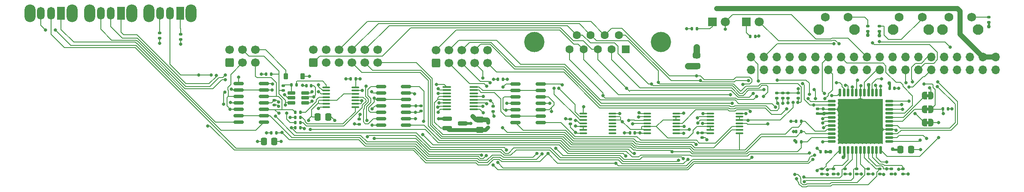
<source format=gbr>
%TF.GenerationSoftware,KiCad,Pcbnew,8.0.6*%
%TF.CreationDate,2024-10-21T13:09:56+02:00*%
%TF.ProjectId,rgb-to-hdmi,7267622d-746f-42d6-9864-6d692e6b6963,rev?*%
%TF.SameCoordinates,Original*%
%TF.FileFunction,Copper,L1,Top*%
%TF.FilePolarity,Positive*%
%FSLAX46Y46*%
G04 Gerber Fmt 4.6, Leading zero omitted, Abs format (unit mm)*
G04 Created by KiCad (PCBNEW 8.0.6) date 2024-10-21 13:09:56*
%MOMM*%
%LPD*%
G01*
G04 APERTURE LIST*
G04 Aperture macros list*
%AMRoundRect*
0 Rectangle with rounded corners*
0 $1 Rounding radius*
0 $2 $3 $4 $5 $6 $7 $8 $9 X,Y pos of 4 corners*
0 Add a 4 corners polygon primitive as box body*
4,1,4,$2,$3,$4,$5,$6,$7,$8,$9,$2,$3,0*
0 Add four circle primitives for the rounded corners*
1,1,$1+$1,$2,$3*
1,1,$1+$1,$4,$5*
1,1,$1+$1,$6,$7*
1,1,$1+$1,$8,$9*
0 Add four rect primitives between the rounded corners*
20,1,$1+$1,$2,$3,$4,$5,0*
20,1,$1+$1,$4,$5,$6,$7,0*
20,1,$1+$1,$6,$7,$8,$9,0*
20,1,$1+$1,$8,$9,$2,$3,0*%
%AMFreePoly0*
4,1,19,0.500000,-0.750000,0.000000,-0.750000,0.000000,-0.744911,-0.071157,-0.744911,-0.207708,-0.704816,-0.327430,-0.627875,-0.420627,-0.520320,-0.479746,-0.390866,-0.500000,-0.250000,-0.500000,0.250000,-0.479746,0.390866,-0.420627,0.520320,-0.327430,0.627875,-0.207708,0.704816,-0.071157,0.744911,0.000000,0.744911,0.000000,0.750000,0.500000,0.750000,0.500000,-0.750000,0.500000,-0.750000,
$1*%
%AMFreePoly1*
4,1,19,0.000000,0.744911,0.071157,0.744911,0.207708,0.704816,0.327430,0.627875,0.420627,0.520320,0.479746,0.390866,0.500000,0.250000,0.500000,-0.250000,0.479746,-0.390866,0.420627,-0.520320,0.327430,-0.627875,0.207708,-0.704816,0.071157,-0.744911,0.000000,-0.744911,0.000000,-0.750000,-0.500000,-0.750000,-0.500000,0.750000,0.000000,0.750000,0.000000,0.744911,0.000000,0.744911,
$1*%
G04 Aperture macros list end*
%TA.AperFunction,EtchedComponent*%
%ADD10C,0.000000*%
%TD*%
%TA.AperFunction,SMDPad,CuDef*%
%ADD11FreePoly0,0.000000*%
%TD*%
%TA.AperFunction,SMDPad,CuDef*%
%ADD12FreePoly1,0.000000*%
%TD*%
%TA.AperFunction,SMDPad,CuDef*%
%ADD13FreePoly0,180.000000*%
%TD*%
%TA.AperFunction,SMDPad,CuDef*%
%ADD14FreePoly1,180.000000*%
%TD*%
%TA.AperFunction,SMDPad,CuDef*%
%ADD15RoundRect,0.250000X-0.337500X-0.475000X0.337500X-0.475000X0.337500X0.475000X-0.337500X0.475000X0*%
%TD*%
%TA.AperFunction,SMDPad,CuDef*%
%ADD16RoundRect,0.140000X0.170000X-0.140000X0.170000X0.140000X-0.170000X0.140000X-0.170000X-0.140000X0*%
%TD*%
%TA.AperFunction,SMDPad,CuDef*%
%ADD17RoundRect,0.140000X-0.140000X-0.170000X0.140000X-0.170000X0.140000X0.170000X-0.140000X0.170000X0*%
%TD*%
%TA.AperFunction,SMDPad,CuDef*%
%ADD18RoundRect,0.140000X0.140000X0.170000X-0.140000X0.170000X-0.140000X-0.170000X0.140000X-0.170000X0*%
%TD*%
%TA.AperFunction,SMDPad,CuDef*%
%ADD19RoundRect,0.135000X0.185000X-0.135000X0.185000X0.135000X-0.185000X0.135000X-0.185000X-0.135000X0*%
%TD*%
%TA.AperFunction,SMDPad,CuDef*%
%ADD20RoundRect,0.135000X-0.135000X-0.185000X0.135000X-0.185000X0.135000X0.185000X-0.135000X0.185000X0*%
%TD*%
%TA.AperFunction,SMDPad,CuDef*%
%ADD21RoundRect,0.135000X0.135000X0.185000X-0.135000X0.185000X-0.135000X-0.185000X0.135000X-0.185000X0*%
%TD*%
%TA.AperFunction,ComponentPad*%
%ADD22C,2.100000*%
%TD*%
%TA.AperFunction,ComponentPad*%
%ADD23C,1.750000*%
%TD*%
%TA.AperFunction,SMDPad,CuDef*%
%ADD24RoundRect,0.137500X0.600000X0.137500X-0.600000X0.137500X-0.600000X-0.137500X0.600000X-0.137500X0*%
%TD*%
%TA.AperFunction,SMDPad,CuDef*%
%ADD25RoundRect,0.137500X0.137500X0.600000X-0.137500X0.600000X-0.137500X-0.600000X0.137500X-0.600000X0*%
%TD*%
%TA.AperFunction,ComponentPad*%
%ADD26O,1.700000X1.700000*%
%TD*%
%TA.AperFunction,ComponentPad*%
%ADD27RoundRect,0.250000X0.600000X-0.600000X0.600000X0.600000X-0.600000X0.600000X-0.600000X-0.600000X0*%
%TD*%
%TA.AperFunction,ComponentPad*%
%ADD28C,1.700000*%
%TD*%
%TA.AperFunction,ComponentPad*%
%ADD29R,1.800000X1.800000*%
%TD*%
%TA.AperFunction,ComponentPad*%
%ADD30C,1.800000*%
%TD*%
%TA.AperFunction,SMDPad,CuDef*%
%ADD31RoundRect,0.135000X-0.185000X0.135000X-0.185000X-0.135000X0.185000X-0.135000X0.185000X0.135000X0*%
%TD*%
%TA.AperFunction,SMDPad,CuDef*%
%ADD32RoundRect,0.100000X0.637500X0.100000X-0.637500X0.100000X-0.637500X-0.100000X0.637500X-0.100000X0*%
%TD*%
%TA.AperFunction,SMDPad,CuDef*%
%ADD33RoundRect,0.100000X-0.712500X-0.100000X0.712500X-0.100000X0.712500X0.100000X-0.712500X0.100000X0*%
%TD*%
%TA.AperFunction,SMDPad,CuDef*%
%ADD34RoundRect,0.250000X0.475000X-0.337500X0.475000X0.337500X-0.475000X0.337500X-0.475000X-0.337500X0*%
%TD*%
%TA.AperFunction,SMDPad,CuDef*%
%ADD35RoundRect,0.140000X-0.170000X0.140000X-0.170000X-0.140000X0.170000X-0.140000X0.170000X0.140000X0*%
%TD*%
%TA.AperFunction,SMDPad,CuDef*%
%ADD36RoundRect,0.100000X-0.637500X-0.100000X0.637500X-0.100000X0.637500X0.100000X-0.637500X0.100000X0*%
%TD*%
%TA.AperFunction,SMDPad,CuDef*%
%ADD37RoundRect,0.150000X-0.825000X-0.150000X0.825000X-0.150000X0.825000X0.150000X-0.825000X0.150000X0*%
%TD*%
%TA.AperFunction,SMDPad,CuDef*%
%ADD38RoundRect,0.200000X-0.750000X-0.200000X0.750000X-0.200000X0.750000X0.200000X-0.750000X0.200000X0*%
%TD*%
%TA.AperFunction,SMDPad,CuDef*%
%ADD39RoundRect,0.225000X0.225000X0.375000X-0.225000X0.375000X-0.225000X-0.375000X0.225000X-0.375000X0*%
%TD*%
%TA.AperFunction,ComponentPad*%
%ADD40O,2.200000X3.500000*%
%TD*%
%TA.AperFunction,ComponentPad*%
%ADD41R,1.500000X2.500000*%
%TD*%
%TA.AperFunction,ComponentPad*%
%ADD42O,1.500000X2.500000*%
%TD*%
%TA.AperFunction,SMDPad,CuDef*%
%ADD43RoundRect,0.250000X0.337500X0.475000X-0.337500X0.475000X-0.337500X-0.475000X0.337500X-0.475000X0*%
%TD*%
%TA.AperFunction,SMDPad,CuDef*%
%ADD44RoundRect,0.150000X0.825000X0.150000X-0.825000X0.150000X-0.825000X-0.150000X0.825000X-0.150000X0*%
%TD*%
%TA.AperFunction,SMDPad,CuDef*%
%ADD45RoundRect,0.162500X-0.617500X-0.162500X0.617500X-0.162500X0.617500X0.162500X-0.617500X0.162500X0*%
%TD*%
%TA.AperFunction,SMDPad,CuDef*%
%ADD46RoundRect,0.250000X-0.475000X0.337500X-0.475000X-0.337500X0.475000X-0.337500X0.475000X0.337500X0*%
%TD*%
%TA.AperFunction,ComponentPad*%
%ADD47C,4.000000*%
%TD*%
%TA.AperFunction,ComponentPad*%
%ADD48R,1.600000X1.600000*%
%TD*%
%TA.AperFunction,ComponentPad*%
%ADD49C,1.600000*%
%TD*%
%TA.AperFunction,ViaPad*%
%ADD50C,0.762000*%
%TD*%
%TA.AperFunction,ViaPad*%
%ADD51C,0.660400*%
%TD*%
%TA.AperFunction,Conductor*%
%ADD52C,0.381000*%
%TD*%
%TA.AperFunction,Conductor*%
%ADD53C,0.203200*%
%TD*%
%TA.AperFunction,Conductor*%
%ADD54C,1.270000*%
%TD*%
%TA.AperFunction,Conductor*%
%ADD55C,1.000000*%
%TD*%
%TA.AperFunction,Conductor*%
%ADD56C,0.500000*%
%TD*%
%TA.AperFunction,Conductor*%
%ADD57C,0.762000*%
%TD*%
%TA.AperFunction,Conductor*%
%ADD58C,0.889000*%
%TD*%
G04 APERTURE END LIST*
D10*
%TA.AperFunction,EtchedComponent*%
%TO.C,JP2*%
G36*
X166310000Y-52854000D02*
G01*
X165810000Y-52854000D01*
X165810000Y-52254000D01*
X166310000Y-52254000D01*
X166310000Y-52854000D01*
G37*
%TD.AperFunction*%
%TA.AperFunction,EtchedComponent*%
%TO.C,JP1*%
G36*
X166310000Y-47520000D02*
G01*
X165810000Y-47520000D01*
X165810000Y-46920000D01*
X166310000Y-46920000D01*
X166310000Y-47520000D01*
G37*
%TD.AperFunction*%
%TA.AperFunction,EtchedComponent*%
%TO.C,JP4*%
G36*
X166310000Y-50187000D02*
G01*
X165810000Y-50187000D01*
X165810000Y-49587000D01*
X166310000Y-49587000D01*
X166310000Y-50187000D01*
G37*
%TD.AperFunction*%
%TD*%
D11*
%TO.P,JP2,1,A*%
%TO.N,/GPIO20_sp_clk*%
X165410000Y-52554000D03*
D12*
%TO.P,JP2,2,B*%
%TO.N,/SPCLK*%
X166710000Y-52554000D03*
%TD*%
D13*
%TO.P,JP1,1,A*%
%TO.N,/GPIO0_sp_data*%
X166710000Y-47220000D03*
D14*
%TO.P,JP1,2,B*%
%TO.N,/SPDATA*%
X165410000Y-47220000D03*
%TD*%
D13*
%TO.P,JP4,1,A*%
%TO.N,/GPIO1_sp_clken*%
X166710000Y-49887000D03*
D14*
%TO.P,JP4,2,B*%
%TO.N,/CLKEN*%
X165410000Y-49887000D03*
%TD*%
D15*
%TO.P,C1,1*%
%TO.N,/3V3*%
X160689500Y-57888000D03*
%TO.P,C1,2*%
%TO.N,GND*%
X162764500Y-57888000D03*
%TD*%
D16*
%TO.P,C2,1*%
%TO.N,/3V3*%
X144328000Y-50748000D03*
%TO.P,C2,2*%
%TO.N,GND*%
X144328000Y-49788000D03*
%TD*%
D17*
%TO.P,C3,1*%
%TO.N,/3V3*%
X158526600Y-45746800D03*
%TO.P,C3,2*%
%TO.N,GND*%
X159486600Y-45746800D03*
%TD*%
D18*
%TO.P,C4,1*%
%TO.N,/3V3*%
X145929500Y-58269000D03*
%TO.P,C4,2*%
%TO.N,GND*%
X144969500Y-58269000D03*
%TD*%
D19*
%TO.P,R1,1*%
%TO.N,/3V3*%
X154275000Y-34469000D03*
%TO.P,R1,2*%
%TO.N,/GPIO16*%
X154275000Y-33449000D03*
%TD*%
%TO.P,R2,1*%
%TO.N,/3V3*%
X156561000Y-34469000D03*
%TO.P,R2,2*%
%TO.N,/GPIO26*%
X156561000Y-33449000D03*
%TD*%
%TO.P,R3,1*%
%TO.N,/3V3*%
X178151000Y-32691000D03*
%TO.P,R3,2*%
%TO.N,/GPIO19*%
X178151000Y-31671000D03*
%TD*%
D20*
%TO.P,R4,1*%
%TO.N,Net-(D1-K)*%
X131032000Y-35536000D03*
%TO.P,R4,2*%
%TO.N,GND*%
X132052000Y-35536000D03*
%TD*%
D21*
%TO.P,R5,1*%
%TO.N,Net-(D2-K)*%
X120583000Y-34012000D03*
%TO.P,R5,2*%
%TO.N,GND*%
X119563000Y-34012000D03*
%TD*%
D22*
%TO.P,SW1,*%
%TO.N,*%
X144587600Y-34182500D03*
X151597600Y-34182500D03*
D23*
%TO.P,SW1,1,1*%
%TO.N,GND*%
X145837600Y-31692500D03*
%TO.P,SW1,2,2*%
%TO.N,/GPIO16*%
X150337600Y-31692500D03*
%TD*%
D22*
%TO.P,SW2,*%
%TO.N,*%
X159218000Y-34165200D03*
X166228000Y-34165200D03*
D23*
%TO.P,SW2,1,1*%
%TO.N,GND*%
X160468000Y-31675200D03*
%TO.P,SW2,2,2*%
%TO.N,/GPIO26*%
X164968000Y-31675200D03*
%TD*%
D22*
%TO.P,SW3,*%
%TO.N,*%
X168960600Y-34165200D03*
X175970600Y-34165200D03*
D23*
%TO.P,SW3,1,1*%
%TO.N,GND*%
X170210600Y-31675200D03*
%TO.P,SW3,2,2*%
%TO.N,/GPIO19*%
X174710600Y-31675200D03*
%TD*%
D24*
%TO.P,U1,1,F1M14/GCK3*%
%TO.N,/GPIO13_Q11*%
X158443500Y-56300000D03*
%TO.P,U1,2,F1M15*%
%TO.N,/GPIO6_Q04*%
X158443500Y-55500000D03*
%TO.P,U1,3,F1M17*%
%TO.N,/GPIO12_Q10*%
X158443500Y-54700000D03*
%TO.P,U1,4,GND*%
%TO.N,GND*%
X158443500Y-53900000D03*
%TO.P,U1,5,F3M2*%
%TO.N,/GPIO5_Q03*%
X158443500Y-53100000D03*
%TO.P,U1,6,F3M5*%
%TO.N,/CLKEN*%
X158443500Y-52300000D03*
%TO.P,U1,7,F3M8*%
%TO.N,/SPDATA*%
X158443500Y-51500000D03*
%TO.P,U1,8,F3M9*%
%TO.N,/GPIO7_Q05*%
X158443500Y-50700000D03*
%TO.P,U1,9,TDI*%
%TO.N,/GPIO0_sp_data*%
X158443500Y-49900000D03*
%TO.P,U1,10,TMS*%
%TO.N,/GPIO1_sp_clken*%
X158443500Y-49100000D03*
%TO.P,U1,11,TCK*%
%TO.N,/GPIO20_sp_clk*%
X158443500Y-48300000D03*
D25*
%TO.P,U1,12,F3M11*%
%TO.N,/GPIO8_Q06*%
X156781000Y-46637500D03*
%TO.P,U1,13,F3M14*%
%TO.N,/GPIO11_Q09*%
X155981000Y-46637500D03*
%TO.P,U1,14,F3M15*%
%TO.N,/GPIO9_Q07*%
X155181000Y-46637500D03*
%TO.P,U1,15,VCCINT*%
%TO.N,/3V3*%
X154381000Y-46637500D03*
%TO.P,U1,16,F3M17*%
%TO.N,/GPIO10_Q08*%
X153581000Y-46637500D03*
%TO.P,U1,17,GND*%
%TO.N,GND*%
X152781000Y-46637500D03*
%TO.P,U1,18,F3M16*%
%TO.N,/B0*%
X151981000Y-46637500D03*
%TO.P,U1,19,F4M2*%
%TO.N,/DETECT*%
X151181000Y-46637500D03*
%TO.P,U1,20,F4M5*%
%TO.N,/GPIO23_csync*%
X150381000Y-46637500D03*
%TO.P,U1,21,F4M8*%
%TO.N,/R0*%
X149581000Y-46637500D03*
%TO.P,U1,22,F4M11*%
%TO.N,/GPIO17_psync*%
X148781000Y-46637500D03*
D24*
%TO.P,U1,23,F4M14*%
%TO.N,/SYNC*%
X147118500Y-48300000D03*
%TO.P,U1,24,TDO*%
%TO.N,/GPIO24_mux*%
X147118500Y-49100000D03*
%TO.P,U1,25,GND*%
%TO.N,GND*%
X147118500Y-49900000D03*
%TO.P,U1,26,VCCIO*%
%TO.N,/3V3*%
X147118500Y-50700000D03*
%TO.P,U1,27,F4M15*%
%TO.N,/GPIO4_Q02*%
X147118500Y-51500000D03*
%TO.P,U1,28,F4M17*%
%TO.N,/GPIO3_Q01*%
X147118500Y-52300000D03*
%TO.P,U1,29,F2M2*%
%TO.N,/GPIO2_Q00*%
X147118500Y-53100000D03*
%TO.P,U1,30,F2M5*%
%TO.N,/B3*%
X147118500Y-53900000D03*
%TO.P,U1,31,F2M6*%
%TO.N,/G3*%
X147118500Y-54700000D03*
%TO.P,U1,32,F2M8*%
%TO.N,/R3*%
X147118500Y-55500000D03*
%TO.P,U1,33,F2M9/GSR*%
%TO.N,/GPIO18_Version*%
X147118500Y-56300000D03*
D25*
%TO.P,U1,34,F2M11/GTS2*%
%TO.N,/R2*%
X148781000Y-57962500D03*
%TO.P,U1,35,VCCINT*%
%TO.N,/3V3*%
X149581000Y-57962500D03*
%TO.P,U1,36,F2M14/GTS1*%
%TO.N,/G2*%
X150381000Y-57962500D03*
%TO.P,U1,37,F2M15*%
%TO.N,/B2*%
X151181000Y-57962500D03*
%TO.P,U1,38,F2M17*%
%TO.N,/B1*%
X151981000Y-57962500D03*
%TO.P,U1,39,F1M2*%
%TO.N,/R1*%
X152781000Y-57962500D03*
%TO.P,U1,40,F1M5*%
%TO.N,/G1*%
X153581000Y-57962500D03*
%TO.P,U1,41,F1M6*%
%TO.N,/VSYNC*%
X154381000Y-57962500D03*
%TO.P,U1,42,F1M8*%
%TO.N,/G0*%
X155181000Y-57962500D03*
%TO.P,U1,43,F1M9/GCK1*%
%TO.N,/GPIO21_clk*%
X155981000Y-57962500D03*
%TO.P,U1,44,F1M11/GCK2*%
%TO.N,/SPCLK*%
X156781000Y-57962500D03*
%TD*%
D26*
%TO.P,P1,1,P1*%
%TO.N,/3V3*%
X179451000Y-42140000D03*
%TO.P,P1,2,P2*%
%TO.N,/VCC*%
X179451000Y-39600000D03*
%TO.P,P1,3,P3*%
%TO.N,/GPIO2_Q00*%
X176911000Y-42140000D03*
%TO.P,P1,4,P4*%
%TO.N,/VCC*%
X176911000Y-39600000D03*
%TO.P,P1,5,P5*%
%TO.N,/GPIO3_Q01*%
X174371000Y-42140000D03*
%TO.P,P1,6,P6*%
%TO.N,GND*%
X174371000Y-39600000D03*
%TO.P,P1,7,P7*%
%TO.N,/GPIO4_Q02*%
X171831000Y-42140000D03*
%TO.P,P1,8,P8*%
%TO.N,/TxD*%
X171831000Y-39600000D03*
%TO.P,P1,9,P9*%
%TO.N,GND*%
X169291000Y-42140000D03*
%TO.P,P1,10,P10*%
%TO.N,/RxD*%
X169291000Y-39600000D03*
%TO.P,P1,11,P11*%
%TO.N,/GPIO17_psync*%
X166751000Y-42140000D03*
%TO.P,P1,12,P12*%
%TO.N,/GPIO18_Version*%
X166751000Y-39600000D03*
%TO.P,P1,13,P13*%
%TO.N,/GPIO27_genlock*%
X164211000Y-42140000D03*
%TO.P,P1,14,P14*%
%TO.N,GND*%
X164211000Y-39600000D03*
%TO.P,P1,15,P15*%
%TO.N,/GPIO22_analog*%
X161671000Y-42140000D03*
%TO.P,P1,16,P16*%
%TO.N,/GPIO23_csync*%
X161671000Y-39600000D03*
%TO.P,P1,17,P17*%
%TO.N,/3V3*%
X159131000Y-42140000D03*
%TO.P,P1,18,P18*%
%TO.N,/GPIO24_mux*%
X159131000Y-39600000D03*
%TO.P,P1,19,P19*%
%TO.N,/GPIO10_Q08*%
X156591000Y-42140000D03*
%TO.P,P1,20,P20*%
%TO.N,GND*%
X156591000Y-39600000D03*
%TO.P,P1,21,P21*%
%TO.N,/GPIO9_Q07*%
X154051000Y-42140000D03*
%TO.P,P1,22,P22*%
%TO.N,/GPIO25_mode7*%
X154051000Y-39600000D03*
%TO.P,P1,23,P23*%
%TO.N,/GPIO11_Q09*%
X151511000Y-42140000D03*
%TO.P,P1,24,P24*%
%TO.N,/GPIO8_Q06*%
X151511000Y-39600000D03*
%TO.P,P1,25,P25*%
%TO.N,GND*%
X148971000Y-42140000D03*
%TO.P,P1,26,P26*%
%TO.N,/GPIO7_Q05*%
X148971000Y-39600000D03*
%TO.P,P1,27,P27*%
%TO.N,/GPIO0_sp_data*%
X146431000Y-42140000D03*
%TO.P,P1,28,P28*%
%TO.N,/GPIO1_sp_clken*%
X146431000Y-39600000D03*
%TO.P,P1,29,P29*%
%TO.N,/GPIO5_Q03*%
X143891000Y-42140000D03*
%TO.P,P1,30,P30*%
%TO.N,GND*%
X143891000Y-39600000D03*
%TO.P,P1,31,P31*%
%TO.N,/GPIO6_Q04*%
X141351000Y-42140000D03*
%TO.P,P1,32,P32*%
%TO.N,/GPIO12_Q10*%
X141351000Y-39600000D03*
%TO.P,P1,33,P33*%
%TO.N,/GPIO13_Q11*%
X138811000Y-42140000D03*
%TO.P,P1,34,P34*%
%TO.N,GND*%
X138811000Y-39600000D03*
%TO.P,P1,35,P35*%
%TO.N,/GPIO19*%
X136271000Y-42140000D03*
%TO.P,P1,36,P36*%
%TO.N,/GPIO16*%
X136271000Y-39600000D03*
%TO.P,P1,37,P37*%
%TO.N,/GPIO26*%
X133731000Y-42140000D03*
%TO.P,P1,38,P38*%
%TO.N,/GPIO20_sp_clk*%
X133731000Y-39600000D03*
%TO.P,P1,39,P39*%
%TO.N,GND*%
X131191000Y-42140000D03*
%TO.P,P1,40,P40*%
%TO.N,/GPIO21_clk*%
X131191000Y-39600000D03*
%TD*%
D19*
%TO.P,R7,1*%
%TO.N,/GPIO0_sp_data*%
X138486000Y-47728000D03*
%TO.P,R7,2*%
%TO.N,GND*%
X138486000Y-46708000D03*
%TD*%
D27*
%TO.P,P2,1,Pin_1*%
%TO.N,/R1*%
X44887000Y-40717600D03*
D28*
%TO.P,P2,2,Pin_2*%
%TO.N,/B1*%
X44887000Y-38177600D03*
%TO.P,P2,3,Pin_3*%
%TO.N,GND*%
X47427000Y-40717600D03*
%TO.P,P2,4,Pin_4*%
%TO.N,/G2*%
X47427000Y-38177600D03*
%TO.P,P2,5,Pin_5*%
%TO.N,/R2*%
X49967000Y-40717600D03*
%TO.P,P2,6,Pin_6*%
%TO.N,/B2*%
X49967000Y-38177600D03*
%TO.P,P2,7,Pin_7*%
%TO.N,/R3*%
X52507000Y-40717600D03*
%TO.P,P2,8,Pin_8*%
%TO.N,/SYNC*%
X52507000Y-38177600D03*
%TO.P,P2,9,Pin_9*%
%TO.N,/G3*%
X55047000Y-40717600D03*
%TO.P,P2,10,Pin_10*%
%TO.N,/VSYNC*%
X55047000Y-38177600D03*
%TO.P,P2,11,Pin_11*%
%TO.N,/B3*%
X57587000Y-40717600D03*
%TO.P,P2,12,Pin_12*%
%TO.N,/VCC*%
X57587000Y-38177600D03*
%TD*%
D27*
%TO.P,P5,1,Pin_1*%
%TO.N,unconnected-(P5-Pin_1-Pad1)*%
X69067800Y-40768400D03*
D28*
%TO.P,P5,2,Pin_2*%
%TO.N,/G1*%
X69067800Y-38228400D03*
%TO.P,P5,3,Pin_3*%
%TO.N,/GPIO22_analog*%
X71607800Y-40768400D03*
%TO.P,P5,4,Pin_4*%
%TO.N,/R0*%
X71607800Y-38228400D03*
%TO.P,P5,5,Pin_5*%
%TO.N,/GPIO1_sp_clken*%
X74147800Y-40768400D03*
%TO.P,P5,6,Pin_6*%
%TO.N,/G0*%
X74147800Y-38228400D03*
%TO.P,P5,7,Pin_7*%
%TO.N,/GPIO0_sp_data*%
X76687800Y-40768400D03*
%TO.P,P5,8,Pin_8*%
%TO.N,/B0*%
X76687800Y-38228400D03*
%TO.P,P5,9,Pin_9*%
%TO.N,/GPIO24_mux*%
X79227800Y-40768400D03*
%TO.P,P5,10,Pin_10*%
%TO.N,/GPIO25_mode7*%
X79227800Y-38228400D03*
%TD*%
D29*
%TO.P,D1,1,K*%
%TO.N,Net-(D1-K)*%
X130272000Y-32599040D03*
D30*
%TO.P,D1,2,A*%
%TO.N,/GPIO27_genlock*%
X132812000Y-32599040D03*
%TD*%
D29*
%TO.P,D2,1,K*%
%TO.N,Net-(D2-K)*%
X123576200Y-32599040D03*
D30*
%TO.P,D2,2,A*%
%TO.N,/GPIO25_mode7*%
X126116200Y-32599040D03*
%TD*%
D31*
%TO.P,R18,1*%
%TO.N,/G2*%
X147503000Y-61696000D03*
%TO.P,R18,2*%
%TO.N,GND*%
X147503000Y-62716000D03*
%TD*%
D16*
%TO.P,C13,1*%
%TO.N,/VANALOG*%
X79329400Y-53463200D03*
%TO.P,C13,2*%
%TO.N,GND*%
X79329400Y-52503200D03*
%TD*%
D31*
%TO.P,R33,1*%
%TO.N,Net-(SW4-C)*%
X14534000Y-34834500D03*
%TO.P,R33,2*%
%TO.N,GND*%
X14534000Y-35854500D03*
%TD*%
D32*
%TO.P,U9,1*%
%TO.N,/B3*%
X128927900Y-54636800D03*
%TO.P,U9,2*%
%TO.N,/B3_A*%
X128927900Y-53986800D03*
%TO.P,U9,3*%
%TO.N,/R2_A*%
X128927900Y-53336800D03*
%TO.P,U9,4*%
%TO.N,/R2*%
X128927900Y-52686800D03*
%TO.P,U9,5*%
%TO.N,/DETECT*%
X128927900Y-52036800D03*
%TO.P,U9,6*%
X128927900Y-51386800D03*
%TO.P,U9,7,VSS*%
%TO.N,GND*%
X128927900Y-50736800D03*
%TO.P,U9,8*%
%TO.N,/G2*%
X123202900Y-50736800D03*
%TO.P,U9,9*%
%TO.N,/G2_A*%
X123202900Y-51386800D03*
%TO.P,U9,10*%
%TO.N,/B2_A*%
X123202900Y-52036800D03*
%TO.P,U9,11*%
%TO.N,/B2*%
X123202900Y-52686800D03*
%TO.P,U9,12*%
%TO.N,/DETECT*%
X123202900Y-53336800D03*
%TO.P,U9,13*%
X123202900Y-53986800D03*
%TO.P,U9,14,VDD*%
%TO.N,/VCC*%
X123202900Y-54636800D03*
%TD*%
D33*
%TO.P,U4,1,OUTB*%
%TO.N,/REFGYLO*%
X71205500Y-45505500D03*
%TO.P,U4,2,OUTA*%
%TO.N,/REFGYHI*%
X71205500Y-46140500D03*
%TO.P,U4,3,GND*%
%TO.N,GND*%
X71205500Y-46775500D03*
%TO.P,U4,4,VDD*%
%TO.N,/VANALOG*%
X71205500Y-47410500D03*
%TO.P,U4,5,REF*%
X71205500Y-48045500D03*
%TO.P,U4,6,LDAC*%
%TO.N,GND*%
X71205500Y-48680500D03*
%TO.P,U4,7,OUTE*%
%TO.N,/REFGYSYNC*%
X71205500Y-49315500D03*
%TO.P,U4,8,OUTF*%
%TO.N,/REFSYNC*%
X71205500Y-49950500D03*
%TO.P,U4,9,OUTG*%
%TO.N,/CLAMPLVL*%
X76480500Y-49950500D03*
%TO.P,U4,10,OUTH*%
%TO.N,/SPARE*%
X76480500Y-49315500D03*
%TO.P,U4,11,CS*%
%TO.N,/GPIO22_analog*%
X76480500Y-48680500D03*
%TO.P,U4,12,SCLK*%
%TO.N,/GPIO1_sp_clken*%
X76480500Y-48045500D03*
%TO.P,U4,13,DIN*%
%TO.N,/GPIO0_sp_data*%
X76480500Y-47410500D03*
%TO.P,U4,14,DOUT*%
%TO.N,unconnected-(U4-DOUT-Pad14)*%
X76480500Y-46775500D03*
%TO.P,U4,15,OUTD*%
%TO.N,/REFRBUVLO*%
X76480500Y-46140500D03*
%TO.P,U4,16,OUTC*%
%TO.N,/REFRBUVHI*%
X76480500Y-45505500D03*
%TD*%
D34*
%TO.P,C12,1*%
%TO.N,/VANALOG*%
X77703800Y-53976400D03*
%TO.P,C12,2*%
%TO.N,GND*%
X77703800Y-51901400D03*
%TD*%
D35*
%TO.P,C16,1*%
%TO.N,/VCC*%
X53929400Y-51898800D03*
%TO.P,C16,2*%
%TO.N,GND*%
X53929400Y-52858800D03*
%TD*%
%TO.P,C19,1*%
%TO.N,/VCC*%
X121595000Y-54563200D03*
%TO.P,C19,2*%
%TO.N,GND*%
X121595000Y-55523200D03*
%TD*%
D36*
%TO.P,U10,1*%
%TO.N,/SYNC*%
X110723800Y-50736800D03*
%TO.P,U10,2*%
%TO.N,/SYNC_A*%
X110723800Y-51386800D03*
%TO.P,U10,3*%
%TO.N,/VSYNC_A*%
X110723800Y-52036800D03*
%TO.P,U10,4*%
%TO.N,/VSYNC*%
X110723800Y-52686800D03*
%TO.P,U10,5*%
%TO.N,/DETECT*%
X110723800Y-53336800D03*
%TO.P,U10,6*%
X110723800Y-53986800D03*
%TO.P,U10,7,VSS*%
%TO.N,/VCC*%
X110723800Y-54636800D03*
%TO.P,U10,8*%
%TO.N,/R3*%
X116448800Y-54636800D03*
%TO.P,U10,9*%
%TO.N,/R3_A*%
X116448800Y-53986800D03*
%TO.P,U10,10*%
%TO.N,/G0_A*%
X116448800Y-53336800D03*
%TO.P,U10,11*%
%TO.N,/G0*%
X116448800Y-52686800D03*
%TO.P,U10,12*%
%TO.N,/DETECT*%
X116448800Y-52036800D03*
%TO.P,U10,13*%
X116448800Y-51386800D03*
%TO.P,U10,14,VDD*%
%TO.N,GND*%
X116448800Y-50736800D03*
%TD*%
D18*
%TO.P,C18,1*%
%TO.N,/VCC*%
X108260000Y-54586000D03*
%TO.P,C18,2*%
%TO.N,GND*%
X107300000Y-54586000D03*
%TD*%
D31*
%TO.P,R17,1*%
%TO.N,/R1*%
X154361000Y-61696000D03*
%TO.P,R17,2*%
%TO.N,GND*%
X154361000Y-62716000D03*
%TD*%
D18*
%TO.P,C8,1*%
%TO.N,/VCC*%
X82247800Y-44019600D03*
%TO.P,C8,2*%
%TO.N,GND*%
X81287800Y-44019600D03*
%TD*%
D37*
%TO.P,U6,1*%
%TO.N,/G0_A*%
X58222000Y-45442000D03*
%TO.P,U6,2,-*%
%TO.N,/REFGYHI*%
X58222000Y-46712000D03*
%TO.P,U6,3,+*%
%TO.N,/SGREEN*%
X58222000Y-47982000D03*
%TO.P,U6,4,VCC*%
%TO.N,/VCC*%
X58222000Y-49252000D03*
%TO.P,U6,5,+*%
%TO.N,/SGREEN*%
X58222000Y-50522000D03*
%TO.P,U6,6,-*%
%TO.N,/REFGYLO*%
X58222000Y-51792000D03*
%TO.P,U6,7*%
%TO.N,/G2_A*%
X58222000Y-53062000D03*
%TO.P,U6,8*%
%TO.N,/SYNC_A*%
X63172000Y-53062000D03*
%TO.P,U6,9,-*%
%TO.N,/REFSYNC*%
X63172000Y-51792000D03*
%TO.P,U6,10,+*%
%TO.N,/ASYNC*%
X63172000Y-50522000D03*
%TO.P,U6,11,GND*%
%TO.N,GND*%
X63172000Y-49252000D03*
%TO.P,U6,12,+*%
%TO.N,/SGREEN*%
X63172000Y-47982000D03*
%TO.P,U6,13,-*%
%TO.N,/REFGYSYNC*%
X63172000Y-46712000D03*
%TO.P,U6,14*%
%TO.N,/VSYNC_A*%
X63172000Y-45442000D03*
%TD*%
D18*
%TO.P,C15,1*%
%TO.N,/VCC*%
X53213000Y-43918000D03*
%TO.P,C15,2*%
%TO.N,GND*%
X52253000Y-43918000D03*
%TD*%
D38*
%TO.P,U7,1,GND*%
%TO.N,GND*%
X71300200Y-51756400D03*
%TO.P,U7,2,VO*%
%TO.N,/VANALOG*%
X71300200Y-53656400D03*
%TO.P,U7,3,VI*%
%TO.N,/VCC*%
X74300200Y-52706400D03*
%TD*%
D19*
%TO.P,R13,1*%
%TO.N,/R0*%
X137470000Y-47728000D03*
%TO.P,R13,2*%
%TO.N,GND*%
X137470000Y-46708000D03*
%TD*%
D20*
%TO.P,R28,1*%
%TO.N,/AGREEN*%
X41331000Y-52554000D03*
%TO.P,R28,2*%
%TO.N,Net-(R28-Pad2)*%
X42351000Y-52554000D03*
%TD*%
D19*
%TO.P,R22,1*%
%TO.N,/VCC*%
X18666000Y-36116000D03*
%TO.P,R22,2*%
%TO.N,Net-(SW4-A)*%
X18666000Y-35096000D03*
%TD*%
D20*
%TO.P,R10,1*%
%TO.N,GND*%
X140135000Y-54332000D03*
%TO.P,R10,2*%
%TO.N,/G3*%
X141155000Y-54332000D03*
%TD*%
D35*
%TO.P,C6,1*%
%TO.N,/VCC*%
X37140000Y-48109000D03*
%TO.P,C6,2*%
%TO.N,GND*%
X37140000Y-49069000D03*
%TD*%
D39*
%TO.P,D3,1,K*%
%TO.N,/VCC*%
X42777800Y-43359200D03*
%TO.P,D3,2,A*%
%TO.N,/VCC_IN*%
X39477800Y-43359200D03*
%TD*%
D40*
%TO.P,SW5,*%
%TO.N,*%
X9073000Y-30964000D03*
X773000Y-30964000D03*
D41*
%TO.P,SW5,1,A*%
%TO.N,Net-(SW5-A)*%
X6923000Y-30964000D03*
D42*
%TO.P,SW5,2,B*%
%TO.N,/R1_A*%
X4923000Y-30964000D03*
%TO.P,SW5,3,C*%
%TO.N,Net-(SW5-C)*%
X2923000Y-30964000D03*
%TD*%
D43*
%TO.P,C9,1*%
%TO.N,/CLAMPLVL*%
X37161500Y-56237000D03*
%TO.P,C9,2*%
%TO.N,GND*%
X35086500Y-56237000D03*
%TD*%
D44*
%TO.P,U8,1*%
%TO.N,Net-(SW6-C)*%
X35108000Y-52427000D03*
%TO.P,U8,2,-*%
%TO.N,/SPARE*%
X35108000Y-51157000D03*
%TO.P,U8,3,+*%
%TO.N,/ARED*%
X35108000Y-49887000D03*
%TO.P,U8,4,VCC*%
%TO.N,/VCC*%
X35108000Y-48617000D03*
%TO.P,U8,5,+*%
%TO.N,/ARED*%
X35108000Y-47347000D03*
%TO.P,U8,6,-*%
%TO.N,/CLAMPLVL*%
X35108000Y-46077000D03*
%TO.P,U8,7*%
%TO.N,Net-(SW5-C)*%
X35108000Y-44807000D03*
%TO.P,U8,8*%
%TO.N,Net-(SW5-A)*%
X30158000Y-44807000D03*
%TO.P,U8,9,-*%
%TO.N,/CLAMPLVL*%
X30158000Y-46077000D03*
%TO.P,U8,10,+*%
%TO.N,/ABLUE*%
X30158000Y-47347000D03*
%TO.P,U8,11,GND*%
%TO.N,GND*%
X30158000Y-48617000D03*
%TO.P,U8,12,+*%
%TO.N,/ABLUE*%
X30158000Y-49887000D03*
%TO.P,U8,13,-*%
%TO.N,/SPARE*%
X30158000Y-51157000D03*
%TO.P,U8,14*%
%TO.N,Net-(SW6-A)*%
X30158000Y-52427000D03*
%TD*%
D19*
%TO.P,R20,1*%
%TO.N,/SYNC*%
X140518000Y-47730000D03*
%TO.P,R20,2*%
%TO.N,GND*%
X140518000Y-46710000D03*
%TD*%
D40*
%TO.P,SW6,*%
%TO.N,*%
X-2738000Y-30964000D03*
X-11038000Y-30964000D03*
D41*
%TO.P,SW6,1,A*%
%TO.N,Net-(SW6-A)*%
X-4888000Y-30964000D03*
D42*
%TO.P,SW6,2,B*%
%TO.N,/B1_A*%
X-6888000Y-30964000D03*
%TO.P,SW6,3,C*%
%TO.N,Net-(SW6-C)*%
X-8888000Y-30964000D03*
%TD*%
D19*
%TO.P,R6,1*%
%TO.N,GND*%
X152075000Y-62716000D03*
%TO.P,R6,2*%
%TO.N,/B1*%
X152075000Y-61696000D03*
%TD*%
D37*
%TO.P,U5,1*%
%TO.N,/B3_A*%
X84742600Y-44934000D03*
%TO.P,U5,2,-*%
%TO.N,/REFRBUVHI*%
X84742600Y-46204000D03*
%TO.P,U5,3,+*%
%TO.N,/ABLUE*%
X84742600Y-47474000D03*
%TO.P,U5,4,VCC*%
%TO.N,/VCC*%
X84742600Y-48744000D03*
%TO.P,U5,5,+*%
%TO.N,/ABLUE*%
X84742600Y-50014000D03*
%TO.P,U5,6,-*%
%TO.N,/REFRBUVLO*%
X84742600Y-51284000D03*
%TO.P,U5,7*%
%TO.N,/B2_A*%
X84742600Y-52554000D03*
%TO.P,U5,8*%
%TO.N,/R2_A*%
X89692600Y-52554000D03*
%TO.P,U5,9,-*%
%TO.N,/REFRBUVLO*%
X89692600Y-51284000D03*
%TO.P,U5,10,+*%
%TO.N,/ARED*%
X89692600Y-50014000D03*
%TO.P,U5,11,GND*%
%TO.N,GND*%
X89692600Y-48744000D03*
%TO.P,U5,12,+*%
%TO.N,/ARED*%
X89692600Y-47474000D03*
%TO.P,U5,13,-*%
%TO.N,/REFRBUVHI*%
X89692600Y-46204000D03*
%TO.P,U5,14*%
%TO.N,/R3_A*%
X89692600Y-44934000D03*
%TD*%
D19*
%TO.P,R8,1*%
%TO.N,GND*%
X145217000Y-62716000D03*
%TO.P,R8,2*%
%TO.N,/R2*%
X145217000Y-61696000D03*
%TD*%
D20*
%TO.P,R29,1*%
%TO.N,/ARED*%
X41329000Y-50522000D03*
%TO.P,R29,2*%
%TO.N,Net-(R29-Pad2)*%
X42349000Y-50522000D03*
%TD*%
D36*
%TO.P,U11,1*%
%TO.N,/B1*%
X98140800Y-50736800D03*
%TO.P,U11,2*%
%TO.N,/B1_A*%
X98140800Y-51386800D03*
%TO.P,U11,3*%
%TO.N,/R1_A*%
X98140800Y-52036800D03*
%TO.P,U11,4*%
%TO.N,/R1*%
X98140800Y-52686800D03*
%TO.P,U11,5*%
%TO.N,/DETECT*%
X98140800Y-53336800D03*
%TO.P,U11,6*%
X98140800Y-53986800D03*
%TO.P,U11,7,VSS*%
%TO.N,/VCC*%
X98140800Y-54636800D03*
%TO.P,U11,8*%
%TO.N,unconnected-(U11-Pad8)*%
X103865800Y-54636800D03*
%TO.P,U11,9*%
%TO.N,unconnected-(U11-Pad9)*%
X103865800Y-53986800D03*
%TO.P,U11,10*%
%TO.N,unconnected-(U11-Pad10)*%
X103865800Y-53336800D03*
%TO.P,U11,11*%
%TO.N,unconnected-(U11-Pad11)*%
X103865800Y-52686800D03*
%TO.P,U11,12*%
%TO.N,/DETECT*%
X103865800Y-52036800D03*
%TO.P,U11,13*%
X103865800Y-51386800D03*
%TO.P,U11,14,VDD*%
%TO.N,GND*%
X103865800Y-50736800D03*
%TD*%
D31*
%TO.P,R21,1*%
%TO.N,/VSYNC*%
X158933000Y-61696000D03*
%TO.P,R21,2*%
%TO.N,GND*%
X158933000Y-62716000D03*
%TD*%
D45*
%TO.P,U2,1*%
%TO.N,/CGREEN*%
X40569000Y-46712000D03*
%TO.P,U2,2,GND*%
%TO.N,GND*%
X40569000Y-47662000D03*
%TO.P,U2,3*%
%TO.N,/AGREEN*%
X40569000Y-48612000D03*
%TO.P,U2,4*%
%TO.N,/SGREEN*%
X43269000Y-48612000D03*
%TO.P,U2,5,V+*%
%TO.N,/VCC*%
X43269000Y-47662000D03*
%TO.P,U2,6*%
%TO.N,/GPIO0_sp_data*%
X43269000Y-46712000D03*
%TD*%
D21*
%TO.P,R30,1*%
%TO.N,/ARED*%
X37573800Y-54535200D03*
%TO.P,R30,2*%
%TO.N,GND*%
X36553800Y-54535200D03*
%TD*%
D20*
%TO.P,R27,1*%
%TO.N,/ABLUE*%
X41331000Y-51538000D03*
%TO.P,R27,2*%
%TO.N,Net-(R27-Pad2)*%
X42351000Y-51538000D03*
%TD*%
D31*
%TO.P,R19,1*%
%TO.N,/B2*%
X149789000Y-61696000D03*
%TO.P,R19,2*%
%TO.N,GND*%
X149789000Y-62716000D03*
%TD*%
D20*
%TO.P,R9,1*%
%TO.N,GND*%
X140135000Y-56364000D03*
%TO.P,R9,2*%
%TO.N,/R3*%
X141155000Y-56364000D03*
%TD*%
%TO.P,R11,1*%
%TO.N,GND*%
X140135000Y-52300000D03*
%TO.P,R11,2*%
%TO.N,/B3*%
X141155000Y-52300000D03*
%TD*%
D16*
%TO.P,C7,1*%
%TO.N,/AGREEN*%
X38943400Y-46198800D03*
%TO.P,C7,2*%
%TO.N,/CGREEN*%
X38943400Y-45238800D03*
%TD*%
D21*
%TO.P,R23,1*%
%TO.N,/TERM*%
X170058200Y-49810800D03*
%TO.P,R23,2*%
%TO.N,/GPIO1_sp_clken*%
X169038200Y-49810800D03*
%TD*%
D27*
%TO.P,J1,1,Pin_1*%
%TO.N,GND*%
X28377000Y-40717600D03*
D28*
%TO.P,J1,2,Pin_2*%
%TO.N,/ASYNC*%
X28377000Y-38177600D03*
%TO.P,J1,3,Pin_3*%
%TO.N,/ABLUE*%
X30917000Y-40717600D03*
%TO.P,J1,4,Pin_4*%
%TO.N,/AGREEN*%
X30917000Y-38177600D03*
%TO.P,J1,5,Pin_5*%
%TO.N,/ARED*%
X33457000Y-40717600D03*
%TO.P,J1,6,Pin_6*%
%TO.N,/VCC_IN*%
X33457000Y-38177600D03*
%TD*%
D31*
%TO.P,R24,1*%
%TO.N,/GPIO1_sp_clken*%
X80294600Y-49302800D03*
%TO.P,R24,2*%
%TO.N,GND*%
X80294600Y-50322800D03*
%TD*%
D16*
%TO.P,C17,1*%
%TO.N,/VCC*%
X95585400Y-52780000D03*
%TO.P,C17,2*%
%TO.N,GND*%
X95585400Y-51820000D03*
%TD*%
D15*
%TO.P,C11,1*%
%TO.N,/TERM*%
X45729100Y-51436400D03*
%TO.P,C11,2*%
%TO.N,GND*%
X47804100Y-51436400D03*
%TD*%
D19*
%TO.P,R25,1*%
%TO.N,/ASYNC*%
X66070600Y-50270000D03*
%TO.P,R25,2*%
%TO.N,GND*%
X66070600Y-49250000D03*
%TD*%
D31*
%TO.P,R12,1*%
%TO.N,/G1*%
X156647000Y-61696000D03*
%TO.P,R12,2*%
%TO.N,GND*%
X156647000Y-62716000D03*
%TD*%
D36*
%TO.P,U3,1*%
%TO.N,/VCLAMP*%
X47427000Y-45554000D03*
%TO.P,U3,2*%
%TO.N,/CLAMPLVL*%
X47427000Y-46204000D03*
%TO.P,U3,3*%
%TO.N,GND*%
X47427000Y-46854000D03*
%TO.P,U3,4*%
%TO.N,Net-(R29-Pad2)*%
X47427000Y-47504000D03*
%TO.P,U3,5*%
%TO.N,/TERM*%
X47427000Y-48154000D03*
%TO.P,U3,6*%
X47427000Y-48804000D03*
%TO.P,U3,7,VSS*%
%TO.N,GND*%
X47427000Y-49454000D03*
%TO.P,U3,8*%
%TO.N,Net-(R27-Pad2)*%
X53152000Y-49454000D03*
%TO.P,U3,9*%
%TO.N,GND*%
X53152000Y-48804000D03*
%TO.P,U3,10*%
X53152000Y-48154000D03*
%TO.P,U3,11*%
%TO.N,Net-(R28-Pad2)*%
X53152000Y-47504000D03*
%TO.P,U3,12*%
%TO.N,/TERM*%
X53152000Y-46854000D03*
%TO.P,U3,13*%
%TO.N,/DETECT*%
X53152000Y-46204000D03*
%TO.P,U3,14,VDD*%
%TO.N,/VCC*%
X53152000Y-45554000D03*
%TD*%
D21*
%TO.P,R31,1*%
%TO.N,/AGREEN*%
X36557800Y-42952800D03*
%TO.P,R31,2*%
%TO.N,GND*%
X35537800Y-42952800D03*
%TD*%
D46*
%TO.P,C5,1*%
%TO.N,/VCC*%
X120426600Y-39273700D03*
%TO.P,C5,2*%
%TO.N,GND*%
X120426600Y-41348700D03*
%TD*%
D31*
%TO.P,R14,1*%
%TO.N,/G0*%
X161219000Y-61696000D03*
%TO.P,R14,2*%
%TO.N,GND*%
X161219000Y-62716000D03*
%TD*%
D40*
%TO.P,SW4,*%
%TO.N,*%
X20757000Y-30964000D03*
X12457000Y-30964000D03*
D41*
%TO.P,SW4,1,A*%
%TO.N,Net-(SW4-A)*%
X18607000Y-30964000D03*
D42*
%TO.P,SW4,2,B*%
%TO.N,/DETECT*%
X16607000Y-30964000D03*
%TO.P,SW4,3,C*%
%TO.N,Net-(SW4-C)*%
X14607000Y-30964000D03*
%TD*%
D47*
%TO.P,J2,0*%
%TO.N,N/C*%
X113459600Y-36649040D03*
X88459600Y-36649040D03*
D48*
%TO.P,J2,1,1*%
%TO.N,GND*%
X106499600Y-38069040D03*
D49*
%TO.P,J2,2,2*%
%TO.N,/R2*%
X103729600Y-38069040D03*
%TO.P,J2,3,3*%
%TO.N,/R1*%
X100959600Y-38069040D03*
%TO.P,J2,4,4*%
%TO.N,/G1*%
X98189600Y-38069040D03*
%TO.P,J2,5,5*%
%TO.N,/B1*%
X95419600Y-38069040D03*
%TO.P,J2,6,6*%
%TO.N,/G2*%
X105114600Y-35229040D03*
%TO.P,J2,7,7*%
%TO.N,/B2*%
X102344600Y-35229040D03*
%TO.P,J2,8,8*%
%TO.N,/SYNC*%
X99574600Y-35229040D03*
%TO.P,J2,9,9*%
%TO.N,/VSYNC*%
X96804600Y-35229040D03*
%TD*%
D20*
%TO.P,R26,1*%
%TO.N,/CGREEN*%
X40567000Y-45086400D03*
%TO.P,R26,2*%
%TO.N,/VCLAMP*%
X41587000Y-45086400D03*
%TD*%
D18*
%TO.P,C14,1*%
%TO.N,/VCC*%
X44475400Y-45289600D03*
%TO.P,C14,2*%
%TO.N,GND*%
X43515400Y-45289600D03*
%TD*%
D19*
%TO.P,R15,1*%
%TO.N,/B0*%
X136327000Y-47728000D03*
%TO.P,R15,2*%
%TO.N,GND*%
X136327000Y-46708000D03*
%TD*%
D20*
%TO.P,R32,1*%
%TO.N,/ABLUE*%
X41329000Y-53570000D03*
%TO.P,R32,2*%
%TO.N,GND*%
X42349000Y-53570000D03*
%TD*%
D50*
%TO.N,/3V3*%
X154275005Y-35227005D03*
X158466004Y-44752000D03*
X145572598Y-50748000D03*
X156561000Y-35354000D03*
X159177861Y-57817716D03*
X178151000Y-33576000D03*
X154399619Y-45054781D03*
X146842600Y-58294400D03*
X149449000Y-59351817D03*
D51*
%TO.N,/VCC*%
X109250600Y-54586000D03*
X18666000Y-37001000D03*
X120680598Y-54586000D03*
X54067905Y-50955588D03*
X75925802Y-52706400D03*
X83037800Y-48693200D03*
X120426603Y-37669597D03*
X124430000Y-30020000D03*
X126843000Y-30020000D03*
X56418600Y-49861600D03*
X44125000Y-43410000D03*
X83088600Y-44019600D03*
X125700000Y-30020000D03*
X96576000Y-54459000D03*
X44981484Y-47414106D03*
X54081804Y-43918000D03*
X37978200Y-48439200D03*
%TO.N,GND*%
X162184200Y-62714000D03*
X28529400Y-48591600D03*
X91521400Y-48693200D03*
X160371000Y-45768000D03*
X150754200Y-62714000D03*
X152904077Y-45217654D03*
X139833758Y-56076811D03*
X76281400Y-51233200D03*
X144279138Y-57631787D03*
X38017237Y-49313805D03*
X118750200Y-41378000D03*
X140492600Y-45848400D03*
X45903000Y-49760000D03*
X51287800Y-43918000D03*
X106228000Y-54586000D03*
X35641396Y-54535200D03*
X69575800Y-51741200D03*
X139559440Y-54346617D03*
X69511072Y-46740866D03*
X152938600Y-62663198D03*
X159829287Y-54096439D03*
X42702600Y-45166600D03*
X164688998Y-57833000D03*
X146289024Y-62739200D03*
X155224606Y-62714000D03*
X157395906Y-62791240D03*
X54434220Y-48193350D03*
X45902998Y-46407200D03*
X105288200Y-50725200D03*
X43040241Y-53734845D03*
X139121000Y-52300000D03*
X34625400Y-42952800D03*
X14534000Y-36868500D03*
X80472400Y-51233200D03*
X65054600Y-49252000D03*
X145471000Y-49788000D03*
X148417400Y-62713998D03*
X94671000Y-51792000D03*
X159622800Y-62714000D03*
X69652296Y-48668687D03*
X52964200Y-52808000D03*
X122509400Y-55906800D03*
X80396198Y-44019600D03*
X130240939Y-50750718D03*
X132719184Y-35443182D03*
X118547000Y-34012000D03*
X39155115Y-47011357D03*
X33838000Y-56237000D03*
X117937400Y-50674400D03*
X49103400Y-52118200D03*
%TO.N,/SYNC*%
X112908200Y-44578400D03*
X140434326Y-48533326D03*
X142442673Y-47778772D03*
X109102475Y-50557064D03*
%TO.N,/VSYNC*%
X107887738Y-52757202D03*
X111587400Y-44934000D03*
X133654200Y-47358431D03*
X157958000Y-61721691D03*
%TO.N,/SPCLK*%
X168178600Y-52503200D03*
X168178596Y-55480588D03*
%TO.N,/R1*%
X139852533Y-62742425D03*
X96620317Y-52143274D03*
X106631500Y-45775100D03*
X131632207Y-46777402D03*
%TO.N,/B1*%
X132337400Y-47353193D03*
X98176200Y-49404400D03*
X102007300Y-47241400D03*
X141730776Y-64189744D03*
%TO.N,/G2*%
X121727378Y-50752230D03*
X130674283Y-44237537D03*
X121188600Y-44222800D03*
X146281840Y-61828826D03*
%TO.N,/R2*%
X144242000Y-62024000D03*
X133759570Y-46040191D03*
X134517800Y-52776206D03*
%TO.N,/B2*%
X129599394Y-44968394D03*
X120426600Y-43308400D03*
X121674333Y-52686444D03*
X141669810Y-63281385D03*
%TO.N,/R3*%
X115651400Y-58294400D03*
X117882922Y-54691278D03*
%TO.N,/B0*%
X136455386Y-48687546D03*
X152205720Y-44131771D03*
%TO.N,/G0*%
X160304600Y-61748800D03*
X127478000Y-48759932D03*
X131038000Y-50310801D03*
%TO.N,/R0*%
X148075930Y-44646671D03*
X137444604Y-48744000D03*
X136059200Y-49497030D03*
%TO.N,/G1*%
X140162926Y-63598280D03*
X127139563Y-46989932D03*
%TO.N,/GPIO27_genlock*%
X155163998Y-36751000D03*
X148564827Y-36997804D03*
%TO.N,/GPIO25_mode7*%
X126116200Y-34084000D03*
%TO.N,/GPIO0_sp_data*%
X143408274Y-59792800D03*
X138510909Y-48641907D03*
X145816841Y-47779060D03*
X161092000Y-49912200D03*
X80294600Y-60885200D03*
X78332484Y-43736200D03*
X44630894Y-46480590D03*
X166467000Y-45687800D03*
X78415000Y-47363700D03*
%TO.N,/GPIO20_sp_clk*%
X156561000Y-36496998D03*
X147567345Y-36950600D03*
X162403000Y-48300000D03*
X163583606Y-50758606D03*
X170531000Y-37640000D03*
%TO.N,/GPIO1_sp_clken*%
X145697698Y-46818268D03*
X143757447Y-58952020D03*
X79703822Y-44650978D03*
X81241553Y-60440764D03*
X169134000Y-50721000D03*
X79790600Y-48223182D03*
X165323998Y-44879002D03*
X160923849Y-49017461D03*
%TO.N,/GPIO17_psync*%
X162342012Y-45532910D03*
X147102078Y-47179290D03*
%TO.N,/GPIO18_Version*%
X145318600Y-56364000D03*
X143905791Y-47770156D03*
X163038000Y-44498000D03*
X143684726Y-45976242D03*
%TO.N,/GPIO22_analog*%
X142718000Y-46911000D03*
X161768000Y-44625000D03*
X79093125Y-45326168D03*
X79075400Y-48845600D03*
X136368000Y-44117000D03*
%TO.N,/GPIO24_mux*%
X138243761Y-49822461D03*
X143592508Y-49102167D03*
X141401200Y-44798800D03*
%TO.N,/GPIO21_clk*%
X132685000Y-44290800D03*
X158002769Y-60358091D03*
%TO.N,/GPIO2_Q00*%
X145563254Y-53540184D03*
%TO.N,/GPIO3_Q01*%
X145385000Y-52647403D03*
%TO.N,/GPIO4_Q02*%
X145385000Y-51737000D03*
%TO.N,/GPIO9_Q07*%
X156942000Y-43939673D03*
%TO.N,/GPIO11_Q09*%
X155799000Y-45133000D03*
%TO.N,/GPIO8_Q06*%
X156818498Y-45312669D03*
%TO.N,/GPIO5_Q03*%
X167991000Y-45387000D03*
%TO.N,/GPIO6_Q04*%
X165832000Y-55674000D03*
%TO.N,/GPIO12_Q10*%
X168047565Y-44495296D03*
%TO.N,/GPIO13_Q11*%
X164608606Y-56021406D03*
%TO.N,/GPIO23_csync*%
X149830000Y-45133000D03*
%TO.N,/AGREEN*%
X39584614Y-50645000D03*
X39327391Y-49102048D03*
%TO.N,/CLAMPLVL*%
X28661187Y-45966474D03*
X78364200Y-50572800D03*
X37369503Y-51285891D03*
X27383838Y-46484974D03*
X36759000Y-46102406D03*
X78087806Y-58933394D03*
X38537000Y-56237000D03*
X27157800Y-48896400D03*
X45895620Y-45043600D03*
%TO.N,/ASYNC*%
X65003800Y-50522000D03*
%TO.N,/ABLUE*%
X40315000Y-51487200D03*
X28427802Y-49887001D03*
X40561000Y-53537127D03*
X82981786Y-57953630D03*
X82856000Y-50064800D03*
%TO.N,/ARED*%
X88983348Y-58649041D03*
X38046686Y-50677405D03*
X91826200Y-50369600D03*
X38639981Y-54484400D03*
%TO.N,/SGREEN*%
X44634092Y-48281451D03*
X56889729Y-47706627D03*
%TO.N,/REFGYSYNC*%
X64851407Y-46877794D03*
X69394175Y-49492812D03*
%TO.N,/REFSYNC*%
X65003800Y-51792004D03*
X69474200Y-50522000D03*
%TO.N,/SPARE*%
X78955541Y-59073394D03*
X78309589Y-49337907D03*
%TO.N,/REFGYLO*%
X55271600Y-45341186D03*
X69152211Y-44977626D03*
%TO.N,/REFGYHI*%
X56371104Y-46415200D03*
X69468070Y-45831480D03*
%TO.N,/DETECT*%
X54539000Y-46204000D03*
X91165800Y-58650000D03*
X151180200Y-45474555D03*
X22281000Y-43156000D03*
X24693998Y-43156000D03*
X104577000Y-60555000D03*
X130631600Y-52104710D03*
X96598828Y-53211822D03*
X131374000Y-59412000D03*
X139476597Y-48591606D03*
X24059000Y-53189000D03*
X105821600Y-52325400D03*
%TO.N,/B3_A*%
X82174200Y-53570000D03*
X82275800Y-45543600D03*
%TO.N,/B2_A*%
X120680600Y-52604800D03*
X120375800Y-56850600D03*
%TO.N,/SYNC_A*%
X108193439Y-58645101D03*
X109047400Y-51465800D03*
%TO.N,/G2_A*%
X118754379Y-59777347D03*
X56469400Y-53011200D03*
X120645280Y-51625108D03*
X56875800Y-55703600D03*
%TO.N,/VSYNC_A*%
X107117000Y-52147600D03*
X106519992Y-59155645D03*
X66426200Y-54912200D03*
X66578600Y-52300000D03*
%TO.N,/TERM*%
X142724254Y-58560035D03*
X43921800Y-52118200D03*
X170839800Y-49832000D03*
X44277400Y-53925600D03*
%TO.N,/R3_A*%
X93997657Y-45086400D03*
X92674120Y-57607799D03*
X119007152Y-53887085D03*
X117851653Y-59659369D03*
%TO.N,/G0_A*%
X55504198Y-55318600D03*
X116870600Y-60017600D03*
X55399499Y-52118200D03*
X118039000Y-53336800D03*
%TO.N,/B1_A*%
X89997400Y-58700800D03*
X93315857Y-45767706D03*
%TO.N,/R1_A*%
X27490016Y-43163025D03*
X92385000Y-45797600D03*
%TO.N,Net-(SW5-C)*%
X36809800Y-44883200D03*
X27513400Y-44070400D03*
%TO.N,Net-(SW5-A)*%
X25684600Y-43257600D03*
X30155002Y-43562400D03*
%TO.N,Net-(SW6-C)*%
X-6040004Y-34266000D03*
X-7945000Y-34266000D03*
%TD*%
D52*
%TO.N,/3V3*%
X158526600Y-44812596D02*
X158466004Y-44752000D01*
X144328000Y-50748000D02*
X145572598Y-50748000D01*
X147118500Y-50700000D02*
X145620598Y-50700000D01*
X146817200Y-58269000D02*
X146842600Y-58294400D01*
X156561000Y-34469000D02*
X156561000Y-35354000D01*
X145620598Y-50700000D02*
X145572598Y-50748000D01*
X178151000Y-32691000D02*
X178151000Y-33576000D01*
X149581000Y-57962500D02*
X149581000Y-59219817D01*
X154399619Y-45054781D02*
X154381000Y-45073400D01*
X154275000Y-35227000D02*
X154275005Y-35227005D01*
X154275000Y-34469000D02*
X154275000Y-35227000D01*
X158526600Y-45746800D02*
X158526600Y-44812596D01*
X145929500Y-58269000D02*
X146817200Y-58269000D01*
X159248145Y-57888000D02*
X159177861Y-57817716D01*
X154381000Y-45073400D02*
X154381000Y-46637500D01*
X160689500Y-57888000D02*
X159248145Y-57888000D01*
X149581000Y-59219817D02*
X149449000Y-59351817D01*
D53*
%TO.N,/GPIO19*%
X174710600Y-31675200D02*
X178146800Y-31675200D01*
X178146800Y-31675200D02*
X178151000Y-31671000D01*
%TO.N,/GPIO16*%
X154275000Y-32306000D02*
X154275000Y-33449000D01*
X153661500Y-31692500D02*
X154275000Y-32306000D01*
X150337600Y-31692500D02*
X153661500Y-31692500D01*
%TO.N,/GPIO26*%
X164968000Y-31675200D02*
X164968000Y-32027000D01*
X157482600Y-33449000D02*
X156561000Y-33449000D01*
X160879000Y-36116000D02*
X158339000Y-36116000D01*
X158339000Y-36116000D02*
X157482600Y-35259600D01*
X157482600Y-35259600D02*
X157482600Y-33449000D01*
X164968000Y-32027000D02*
X160879000Y-36116000D01*
%TO.N,Net-(D1-K)*%
X131032000Y-35536000D02*
X130272000Y-34776000D01*
X130272000Y-34776000D02*
X130272000Y-32599040D01*
%TO.N,Net-(D2-K)*%
X120583000Y-34012000D02*
X123119000Y-34012000D01*
X123119000Y-34012000D02*
X123576200Y-33554800D01*
X123576200Y-33554800D02*
X123576200Y-32599040D01*
%TO.N,/VCC*%
X83088600Y-48744000D02*
X83037800Y-48693200D01*
X37648000Y-48109000D02*
X37978200Y-48439200D01*
X53213000Y-43918000D02*
X54081804Y-43918000D01*
X44475400Y-45289600D02*
X44937800Y-45289600D01*
X82247800Y-44019600D02*
X83088600Y-44019600D01*
X109301400Y-54636800D02*
X109250600Y-54586000D01*
X44937800Y-45289600D02*
X45265894Y-45617694D01*
X123202900Y-54636800D02*
X123129300Y-54563200D01*
D54*
X120426600Y-37669600D02*
X120426603Y-37669597D01*
D53*
X43516894Y-47414106D02*
X44981484Y-47414106D01*
X53929400Y-51898800D02*
X53929400Y-51094093D01*
X42777800Y-43359200D02*
X44074200Y-43359200D01*
X53213000Y-45493000D02*
X53152000Y-45554000D01*
X110723800Y-54636800D02*
X109301400Y-54636800D01*
X45265894Y-45617694D02*
X45265894Y-47129696D01*
X98140800Y-54636800D02*
X96753800Y-54636800D01*
D55*
X172436000Y-30528000D02*
X171928000Y-30020000D01*
D53*
X18666000Y-36116000D02*
X18666000Y-37001000D01*
D56*
X74300200Y-52706400D02*
X75925800Y-52706400D01*
D53*
X36632000Y-48617000D02*
X37140000Y-48109000D01*
X108260000Y-54586000D02*
X109250600Y-54586000D01*
X57028200Y-49252000D02*
X56418600Y-49861600D01*
X75925802Y-52706400D02*
X75925800Y-52706400D01*
X43269000Y-47662000D02*
X43516894Y-47414106D01*
X84742600Y-48744000D02*
X83088600Y-48744000D01*
X123129300Y-54563200D02*
X120703398Y-54563200D01*
X95585400Y-52780000D02*
X95585400Y-53468400D01*
D55*
X179451000Y-39600000D02*
X176911000Y-39600000D01*
X171928000Y-30020000D02*
X124430000Y-30020000D01*
X176911000Y-39600000D02*
X172436000Y-35125000D01*
D53*
X120703398Y-54563200D02*
X120680598Y-54586000D01*
X35108000Y-48617000D02*
X36632000Y-48617000D01*
X58222000Y-49252000D02*
X57028200Y-49252000D01*
X53929400Y-51094093D02*
X54067905Y-50955588D01*
X53213000Y-43918000D02*
X53213000Y-45493000D01*
X96753800Y-54636800D02*
X96576000Y-54459000D01*
X37140000Y-48109000D02*
X37648000Y-48109000D01*
X44074200Y-43359200D02*
X44125000Y-43410000D01*
X45265894Y-47129696D02*
X44981484Y-47414106D01*
D55*
X172436000Y-35125000D02*
X172436000Y-30528000D01*
D53*
X95585400Y-53468400D02*
X96576000Y-54459000D01*
D54*
X120426600Y-39273700D02*
X120426600Y-37669600D01*
D53*
%TO.N,GND*%
X140518000Y-46710000D02*
X140518000Y-45873800D01*
X103865800Y-50736800D02*
X105276600Y-50736800D01*
X80294600Y-51055400D02*
X80472400Y-51233200D01*
X156647000Y-62716000D02*
X157320666Y-62716000D01*
X71205500Y-46775500D02*
X69545706Y-46775500D01*
X40569000Y-47662000D02*
X39805758Y-47662000D01*
X35537800Y-42952800D02*
X34625400Y-42952800D01*
X146265824Y-62716000D02*
X146289024Y-62739200D01*
X144328000Y-49788000D02*
X145471000Y-49788000D01*
X140135000Y-52300000D02*
X139121000Y-52300000D01*
X159632848Y-53900000D02*
X159829287Y-54096439D01*
X150752200Y-62716000D02*
X150754200Y-62714000D01*
X30158000Y-48617000D02*
X28554800Y-48617000D01*
X158443500Y-53900000D02*
X159632848Y-53900000D01*
X145583000Y-49900000D02*
X145471000Y-49788000D01*
X39805758Y-47662000D02*
X39155115Y-47011357D01*
X128927900Y-50736800D02*
X130227021Y-50736800D01*
X152781000Y-46637500D02*
X152781000Y-45340731D01*
X159620800Y-62716000D02*
X159622800Y-62714000D01*
X54434220Y-48594780D02*
X54434220Y-48193350D01*
X130227021Y-50736800D02*
X130240939Y-50750718D01*
X156164200Y-53900000D02*
X156088200Y-53824000D01*
X53152000Y-48154000D02*
X54394870Y-48154000D01*
X69591000Y-51756400D02*
X69575800Y-51741200D01*
X105276600Y-50736800D02*
X105288200Y-50725200D01*
X63172000Y-49252000D02*
X65054600Y-49252000D01*
X81287800Y-44019600D02*
X80396198Y-44019600D01*
X147118500Y-49900000D02*
X145583000Y-49900000D01*
X89692600Y-48744000D02*
X91470600Y-48744000D01*
X152885798Y-62716000D02*
X152938600Y-62663198D01*
X43515400Y-45289600D02*
X42825600Y-45289600D01*
X154361000Y-62716000D02*
X155222606Y-62716000D01*
X144969500Y-58269000D02*
X144916351Y-58269000D01*
X149522600Y-49900000D02*
X149535000Y-49912400D01*
X158443500Y-53900000D02*
X156164200Y-53900000D01*
X47427000Y-49454000D02*
X46209000Y-49454000D01*
X158933000Y-62716000D02*
X159620800Y-62716000D01*
X14534000Y-35854500D02*
X14534000Y-36868500D01*
X152781000Y-49206400D02*
X152583000Y-49404400D01*
X69545706Y-46775500D02*
X69511072Y-46740866D01*
X42825600Y-45289600D02*
X42702600Y-45166600D01*
X107300000Y-54586000D02*
X106228000Y-54586000D01*
X119563000Y-34012000D02*
X118547000Y-34012000D01*
X35086500Y-56237000D02*
X33838000Y-56237000D01*
X161219000Y-62716000D02*
X162182200Y-62716000D01*
X54394870Y-48154000D02*
X54434220Y-48193350D01*
X162182200Y-62716000D02*
X162184200Y-62714000D01*
D54*
X120426600Y-41348700D02*
X118779500Y-41348700D01*
D53*
X164633998Y-57888000D02*
X164688998Y-57833000D01*
D54*
X118779500Y-41348700D02*
X118750200Y-41378000D01*
D53*
X53152000Y-48804000D02*
X54225000Y-48804000D01*
X47427000Y-46854000D02*
X46349798Y-46854000D01*
X42875396Y-53570000D02*
X43040241Y-53734845D01*
X48421600Y-51436400D02*
X49103400Y-52118200D01*
X122125800Y-55523200D02*
X122509400Y-55906800D01*
D57*
X79329400Y-52503200D02*
X79329400Y-52061602D01*
D53*
X152075000Y-62716000D02*
X152885798Y-62716000D01*
X54225000Y-48804000D02*
X54434220Y-48594780D01*
X80294600Y-50322800D02*
X80294600Y-51055400D01*
X152781000Y-45340731D02*
X152904077Y-45217654D01*
X94699000Y-51820000D02*
X94671000Y-51792000D01*
D58*
X79169198Y-51901400D02*
X79169199Y-51901401D01*
D53*
X121595000Y-55523200D02*
X122125800Y-55523200D01*
X149789000Y-62716000D02*
X150752200Y-62716000D01*
X53015000Y-52858800D02*
X52964200Y-52808000D01*
X140518000Y-45873800D02*
X140492600Y-45848400D01*
X132626366Y-35536000D02*
X132719184Y-35443182D01*
X46349798Y-46854000D02*
X45902998Y-46407200D01*
X152781000Y-46637500D02*
X152781000Y-49206400D01*
X140516000Y-46708000D02*
X140518000Y-46710000D01*
X47804100Y-51436400D02*
X48421600Y-51436400D01*
X139574057Y-54332000D02*
X139559440Y-54346617D01*
X132052000Y-35536000D02*
X132626366Y-35536000D01*
X162764500Y-57888000D02*
X164633998Y-57888000D01*
X69664109Y-48680500D02*
X69652296Y-48668687D01*
X155222606Y-62716000D02*
X155224606Y-62714000D01*
X147118500Y-49900000D02*
X149522600Y-49900000D01*
X91470600Y-48744000D02*
X91521400Y-48693200D01*
X65054600Y-49252000D02*
X66068600Y-49252000D01*
X46209000Y-49454000D02*
X45903000Y-49760000D01*
X147503000Y-62716000D02*
X148415398Y-62716000D01*
X37772432Y-49069000D02*
X38017237Y-49313805D01*
X66068600Y-49252000D02*
X66070600Y-49250000D01*
X116448800Y-50736800D02*
X117875000Y-50736800D01*
X117875000Y-50736800D02*
X117937400Y-50674400D01*
X157320666Y-62716000D02*
X157395906Y-62791240D01*
D57*
X79329400Y-52061602D02*
X79169199Y-51901401D01*
D53*
X140135000Y-54332000D02*
X139574057Y-54332000D01*
D56*
X71300200Y-51756400D02*
X69591000Y-51756400D01*
D58*
X77703800Y-51901400D02*
X76949600Y-51901400D01*
D53*
X140120947Y-56364000D02*
X139833758Y-56076811D01*
X95585400Y-51820000D02*
X94699000Y-51820000D01*
X28554800Y-48617000D02*
X28529400Y-48591600D01*
X140135000Y-56364000D02*
X140120947Y-56364000D01*
D58*
X76949600Y-51901400D02*
X76281400Y-51233200D01*
D53*
X160349800Y-45746800D02*
X160371000Y-45768000D01*
X71205500Y-48680500D02*
X69664109Y-48680500D01*
X36553800Y-54535200D02*
X35641396Y-54535200D01*
X37140000Y-49069000D02*
X37772432Y-49069000D01*
X53929400Y-52858800D02*
X53015000Y-52858800D01*
X145217000Y-62716000D02*
X146265824Y-62716000D01*
X144916351Y-58269000D02*
X144279138Y-57631787D01*
X148415398Y-62716000D02*
X148417400Y-62713998D01*
X42349000Y-53570000D02*
X42875396Y-53570000D01*
X136327000Y-46708000D02*
X140516000Y-46708000D01*
D58*
X77703800Y-51901400D02*
X79169198Y-51901400D01*
D53*
X159486600Y-45746800D02*
X160349800Y-45746800D01*
X52253000Y-43918000D02*
X51287800Y-43918000D01*
%TO.N,/SYNC*%
X57688600Y-32996000D02*
X97341560Y-32996000D01*
X143587803Y-48420367D02*
X143522236Y-48354800D01*
X130208713Y-45325737D02*
X129186250Y-46348200D01*
X133141211Y-44798800D02*
X132614274Y-45325737D01*
X140968674Y-48533326D02*
X141142800Y-48359200D01*
X97341560Y-32996000D02*
X99574600Y-35229040D01*
X141142800Y-45533400D02*
X140408200Y-44798800D01*
X140434326Y-48533326D02*
X140968674Y-48533326D01*
X132614274Y-45325737D02*
X130208713Y-45325737D01*
X140518000Y-47730000D02*
X140518000Y-48449652D01*
X52507000Y-38177600D02*
X57688600Y-32996000D01*
X109282211Y-50736800D02*
X109102475Y-50557064D01*
X112908200Y-44578400D02*
X112908200Y-42268040D01*
X140518000Y-48449652D02*
X140434326Y-48533326D01*
X107039760Y-36399600D02*
X100745160Y-36399600D01*
X146998133Y-48420367D02*
X143587803Y-48420367D01*
X141142800Y-48359200D02*
X141142800Y-45533400D01*
X110723800Y-50736800D02*
X109282211Y-50736800D01*
X112908200Y-42268040D02*
X107039760Y-36399600D01*
X143018701Y-48354800D02*
X142442673Y-47778772D01*
X140408200Y-44798800D02*
X133141211Y-44798800D01*
X100745160Y-36399600D02*
X99574600Y-35229040D01*
X129186250Y-46348200D02*
X127721050Y-44883000D01*
X113212800Y-44883000D02*
X112908200Y-44578400D01*
X147118500Y-48300000D02*
X146998133Y-48420367D01*
X127721050Y-44883000D02*
X113212800Y-44883000D01*
X143522236Y-48354800D02*
X143018701Y-48354800D01*
%TO.N,/VSYNC*%
X134515631Y-45419595D02*
X134515631Y-46497000D01*
X110723800Y-52686800D02*
X107958140Y-52686800D01*
X130546916Y-45732137D02*
X132784277Y-45732137D01*
X133311214Y-45205200D02*
X134301236Y-45205200D01*
X158933000Y-61696000D02*
X157983691Y-61696000D01*
X104983400Y-38939600D02*
X104983400Y-37466400D01*
X59822200Y-33402400D02*
X94977960Y-33402400D01*
X157271800Y-61721691D02*
X157271800Y-61375086D01*
X111587400Y-44934000D02*
X110977800Y-44934000D01*
X111587400Y-44934000D02*
X111942800Y-45289400D01*
X107958140Y-52686800D02*
X107887738Y-52757202D01*
X104983400Y-37466400D02*
X104323000Y-36806000D01*
X129017914Y-46754600D02*
X129524453Y-46754600D01*
X111942800Y-45289400D02*
X127552714Y-45289400D01*
X99512930Y-36806000D02*
X97935970Y-35229040D01*
X132784277Y-45732137D02*
X133311214Y-45205200D01*
X134515631Y-46497000D02*
X133654200Y-47358431D01*
X104323000Y-36806000D02*
X99512930Y-36806000D01*
X110977800Y-44934000D02*
X104983400Y-38939600D01*
X55047000Y-38177600D02*
X59822200Y-33402400D01*
X94977960Y-33402400D02*
X96804600Y-35229040D01*
X157983691Y-61696000D02*
X157958000Y-61721691D01*
X158907309Y-61721691D02*
X157271800Y-61721691D01*
X129524453Y-46754600D02*
X130546916Y-45732137D01*
X157017914Y-61121200D02*
X155917800Y-61121200D01*
X155917800Y-61121200D02*
X154381000Y-59584400D01*
X127552714Y-45289400D02*
X129017914Y-46754600D01*
X97935970Y-35229040D02*
X96804600Y-35229040D01*
X154381000Y-59584400D02*
X154381000Y-57962500D01*
X134301236Y-45205200D02*
X134515631Y-45419595D01*
X157271800Y-61375086D02*
X157017914Y-61121200D01*
%TO.N,/SPDATA*%
X158443500Y-51500000D02*
X161303265Y-51500000D01*
X165410000Y-47393265D02*
X165410000Y-47220000D01*
X161303265Y-51500000D02*
X165410000Y-47393265D01*
%TO.N,/SPCLK*%
X164463184Y-59196000D02*
X168178596Y-55480588D01*
X156781000Y-57962500D02*
X156823100Y-57962500D01*
X158014500Y-59196000D02*
X164463184Y-59196000D01*
X168178600Y-52503200D02*
X166760800Y-52503200D01*
X156781000Y-57962500D02*
X158014500Y-59196000D01*
X166760800Y-52503200D02*
X166710000Y-52554000D01*
%TO.N,/CLKEN*%
X161078001Y-52300000D02*
X163491001Y-49887000D01*
X163491001Y-49887000D02*
X165410000Y-49887000D01*
X158443500Y-52300000D02*
X161078001Y-52300000D01*
%TO.N,/R1*%
X128681242Y-47567400D02*
X130842209Y-47567400D01*
X146802665Y-64655230D02*
X142195328Y-64655230D01*
X153671200Y-61723400D02*
X153671200Y-62828624D01*
X154361000Y-61696000D02*
X153698600Y-61696000D01*
X140988010Y-63563796D02*
X140988010Y-63260210D01*
X142011038Y-64839520D02*
X141446216Y-64839520D01*
X58450600Y-39447600D02*
X64089400Y-33808800D01*
X140988010Y-63260210D02*
X140470225Y-62742425D01*
X141446216Y-64839520D02*
X141071025Y-64464329D01*
X153698600Y-61696000D02*
X152781000Y-60778400D01*
X141071025Y-64464329D02*
X141071025Y-63646811D01*
X96859775Y-52143274D02*
X96620317Y-52143274D01*
X44887000Y-40717600D02*
X46157000Y-39447600D01*
X100959600Y-38069040D02*
X100959600Y-40103200D01*
X100959600Y-40103200D02*
X107225376Y-46368976D01*
X153671200Y-62828624D02*
X152109424Y-64390400D01*
X140470225Y-62742425D02*
X139852533Y-62742425D01*
X147067495Y-64390400D02*
X146802665Y-64655230D01*
X142195328Y-64655230D02*
X142011038Y-64839520D01*
X97403301Y-52686800D02*
X96859775Y-52143274D01*
X98093030Y-36333840D02*
X99828230Y-38069040D01*
X96145176Y-36333840D02*
X98093030Y-36333840D01*
X98140800Y-52686800D02*
X97403301Y-52686800D01*
X107225376Y-46368976D02*
X107378595Y-46215757D01*
X93620136Y-33808800D02*
X96145176Y-36333840D01*
X152109424Y-64390400D02*
X147067495Y-64390400D01*
X107378595Y-46215757D02*
X127329599Y-46215757D01*
X107225376Y-46368976D02*
X106631500Y-45775100D01*
X127329599Y-46215757D02*
X128681242Y-47567400D01*
X46157000Y-39447600D02*
X58450600Y-39447600D01*
X152781000Y-60778400D02*
X152781000Y-57962500D01*
X64089400Y-33808800D02*
X93620136Y-33808800D01*
X153698600Y-61696000D02*
X153671200Y-61723400D01*
X99828230Y-38069040D02*
X100959600Y-38069040D01*
X141071025Y-63646811D02*
X140988010Y-63563796D01*
X130842209Y-47567400D02*
X131632207Y-46777402D01*
%TO.N,/B1*%
X150932000Y-63984000D02*
X141936520Y-63984000D01*
X95419600Y-40103200D02*
X102007300Y-46690900D01*
X151518200Y-61696000D02*
X151450200Y-61764000D01*
X141936520Y-63984000D02*
X141730776Y-64189744D01*
X128210841Y-47671732D02*
X128512909Y-47973800D01*
X98140800Y-49439800D02*
X98176200Y-49404400D01*
X128512909Y-47973800D02*
X131716793Y-47973800D01*
X102437632Y-47671732D02*
X128210841Y-47671732D01*
X152075000Y-61696000D02*
X151518200Y-61696000D01*
X102007300Y-47241400D02*
X102437632Y-47671732D01*
X151981000Y-57962500D02*
X152075000Y-58056500D01*
X95419600Y-38069040D02*
X95419600Y-40103200D01*
X152075000Y-58056500D02*
X152075000Y-61696000D01*
X102007300Y-46690900D02*
X102007300Y-47241400D01*
X98140800Y-50736800D02*
X98140800Y-49439800D01*
X151450200Y-63465800D02*
X150932000Y-63984000D01*
X151450200Y-61764000D02*
X151450200Y-63465800D01*
X131716793Y-47973800D02*
X132337400Y-47353193D01*
%TO.N,/G2*%
X147503000Y-61190000D02*
X147706200Y-60986800D01*
X146414666Y-61696000D02*
X146281840Y-61828826D01*
X147503000Y-61696000D02*
X146414666Y-61696000D01*
X121442400Y-44476600D02*
X127889386Y-44476600D01*
X150381000Y-59886800D02*
X150381000Y-57962500D01*
X106443936Y-35229040D02*
X115437696Y-44222800D01*
X147706200Y-60986800D02*
X149281000Y-60986800D01*
X121727378Y-50752230D02*
X123187470Y-50752230D01*
X127889386Y-44476600D02*
X128128449Y-44237537D01*
X115437696Y-44222800D02*
X121188600Y-44222800D01*
X105114600Y-35229040D02*
X106443936Y-35229040D01*
X149281000Y-60986800D02*
X150381000Y-59886800D01*
X128128449Y-44237537D02*
X130674283Y-44237537D01*
X121188600Y-44222800D02*
X121442400Y-44476600D01*
X123187470Y-50752230D02*
X123202900Y-50736800D01*
X147503000Y-61696000D02*
X147503000Y-61190000D01*
%TO.N,/R2*%
X145217000Y-61696000D02*
X144570000Y-61696000D01*
X130733200Y-46138537D02*
X133661224Y-46138537D01*
X145999429Y-60744071D02*
X148781000Y-57962500D01*
X130376479Y-52686800D02*
X130544479Y-52854800D01*
X103729600Y-38069040D02*
X103729600Y-40103200D01*
X145217000Y-61696000D02*
X145536999Y-61696000D01*
X109322200Y-45695800D02*
X127384378Y-45695800D01*
X127384378Y-45695800D02*
X128849578Y-47161000D01*
X128927900Y-52686800D02*
X130376479Y-52686800D01*
X145600040Y-61632959D02*
X145600040Y-61546415D01*
X129710737Y-47161000D02*
X130733200Y-46138537D01*
X134439206Y-52854800D02*
X134517800Y-52776206D01*
X145600040Y-61546415D02*
X145999429Y-61147026D01*
X144570000Y-61696000D02*
X144242000Y-62024000D01*
X133661224Y-46138537D02*
X133759570Y-46040191D01*
X103729600Y-40103200D02*
X109322200Y-45695800D01*
X145999429Y-61147026D02*
X145999429Y-60744071D01*
X145536999Y-61696000D02*
X145600040Y-61632959D01*
X130544479Y-52854800D02*
X134439206Y-52854800D01*
X128849578Y-47161000D02*
X129710737Y-47161000D01*
%TO.N,/B2*%
X121238411Y-43308400D02*
X122000211Y-44070200D01*
X149333800Y-61696000D02*
X149164200Y-61865600D01*
X115143400Y-43308400D02*
X105745400Y-33910400D01*
X122000211Y-44070200D02*
X127721050Y-44070200D01*
X55555000Y-32589600D02*
X99649400Y-32589600D01*
X131356083Y-43955126D02*
X131356083Y-44519948D01*
X149789000Y-61240800D02*
X151181000Y-59848800D01*
X129648451Y-44919337D02*
X129599394Y-44968394D01*
X127721050Y-44070200D02*
X128235513Y-43555737D01*
X130956694Y-44919337D02*
X129648451Y-44919337D01*
X105745400Y-33910400D02*
X103663240Y-33910400D01*
X120426600Y-43308400D02*
X115143400Y-43308400D01*
X103663240Y-33910400D02*
X102344600Y-35229040D01*
X148776211Y-63421000D02*
X141809425Y-63421000D01*
X49967000Y-38177600D02*
X55555000Y-32589600D01*
X141809425Y-63421000D02*
X141669810Y-63281385D01*
X130956694Y-43555737D02*
X131356083Y-43955126D01*
X131356083Y-44519948D02*
X130956694Y-44919337D01*
X123202900Y-52686800D02*
X121674689Y-52686800D01*
X149789000Y-61696000D02*
X149789000Y-61240800D01*
X128235513Y-43555737D02*
X130956694Y-43555737D01*
X102288840Y-35229040D02*
X102344600Y-35229040D01*
X120426600Y-43308400D02*
X121238411Y-43308400D01*
X121674689Y-52686800D02*
X121674333Y-52686444D01*
X149164200Y-63033011D02*
X148776211Y-63421000D01*
X151181000Y-59848800D02*
X151181000Y-57962500D01*
X149789000Y-61696000D02*
X149333800Y-61696000D01*
X99649400Y-32589600D02*
X102288840Y-35229040D01*
X149164200Y-61865600D02*
X149164200Y-63033011D01*
%TO.N,/R3*%
X141155000Y-56364000D02*
X142321400Y-56364000D01*
X70055127Y-55706799D02*
X93899743Y-55706799D01*
X108475850Y-57963301D02*
X108574349Y-58061800D01*
X119171547Y-58294400D02*
X115651400Y-58294400D01*
X116448800Y-54636800D02*
X117828444Y-54636800D01*
X65918200Y-42597200D02*
X67522400Y-44201400D01*
X130376928Y-58751600D02*
X119628747Y-58751600D01*
X115418800Y-58061800D02*
X115651400Y-58294400D01*
X140322200Y-58323800D02*
X130804728Y-58323800D01*
X130804728Y-58323800D02*
X130376928Y-58751600D01*
X108574349Y-58061800D02*
X115418800Y-58061800D01*
X107421800Y-57380000D02*
X108005101Y-57963301D01*
X52507000Y-40717600D02*
X54386600Y-42597200D01*
X119628747Y-58751600D02*
X119171547Y-58294400D01*
X95572944Y-57380000D02*
X107421800Y-57380000D01*
X67522400Y-44201400D02*
X67522400Y-53174072D01*
X108005101Y-57963301D02*
X108475850Y-57963301D01*
X141155000Y-56364000D02*
X141155000Y-57491000D01*
X142321400Y-56364000D02*
X143185400Y-55500000D01*
X117828444Y-54636800D02*
X117882922Y-54691278D01*
X54386600Y-42597200D02*
X65918200Y-42597200D01*
X143185400Y-55500000D02*
X147118500Y-55500000D01*
X141155000Y-57491000D02*
X140322200Y-58323800D01*
X93899743Y-55706799D02*
X95572944Y-57380000D01*
X67522400Y-53174072D02*
X70055127Y-55706799D01*
%TO.N,/G3*%
X133256592Y-55297200D02*
X140189800Y-55297200D01*
X108644186Y-57556901D02*
X108742685Y-57655400D01*
X140189800Y-55297200D02*
X141155000Y-54332000D01*
X119797083Y-58345200D02*
X130208592Y-58345200D01*
X55047000Y-40717600D02*
X56520200Y-42190800D01*
X130208592Y-58345200D02*
X133256592Y-55297200D01*
X95827445Y-56973600D02*
X107613045Y-56973600D01*
X119107283Y-57655400D02*
X119797083Y-58345200D01*
X142079800Y-54700000D02*
X147118500Y-54700000D01*
X107613045Y-56973600D02*
X108196346Y-57556901D01*
X67928800Y-53005736D02*
X70223463Y-55300399D01*
X67928800Y-44033064D02*
X67928800Y-53005736D01*
X56520200Y-42190800D02*
X66086536Y-42190800D01*
X141711800Y-54332000D02*
X142079800Y-54700000D01*
X141155000Y-54332000D02*
X141711800Y-54332000D01*
X108196346Y-57556901D02*
X108644186Y-57556901D01*
X94154244Y-55300399D02*
X95827445Y-56973600D01*
X108742685Y-57655400D02*
X119107283Y-57655400D01*
X70223463Y-55300399D02*
X94154244Y-55300399D01*
X66086536Y-42190800D02*
X67928800Y-44033064D01*
%TO.N,/B3*%
X128927900Y-57854900D02*
X129011800Y-57938800D01*
X119275619Y-57249000D02*
X108911021Y-57249000D01*
X129011800Y-57938800D02*
X119965419Y-57938800D01*
X108812522Y-57150501D02*
X108364682Y-57150501D01*
X146167649Y-53900000D02*
X147118500Y-53900000D01*
X119965419Y-57938800D02*
X119275619Y-57249000D01*
X143805984Y-54221984D02*
X145845665Y-54221984D01*
X141155000Y-52806000D02*
X140502994Y-53458006D01*
X68335200Y-43845800D02*
X65207000Y-40717600D01*
X95995781Y-56567200D02*
X94322580Y-54893999D01*
X130040256Y-57938800D02*
X129011800Y-57938800D01*
X94322580Y-54893999D02*
X70391799Y-54893999D01*
X140502994Y-53458006D02*
X139345994Y-53458006D01*
X145845665Y-54221984D02*
X146167649Y-53900000D01*
X133194056Y-54785000D02*
X130040256Y-57938800D01*
X108364682Y-57150501D02*
X107781381Y-56567200D01*
X108911021Y-57249000D02*
X108812522Y-57150501D01*
X107781381Y-56567200D02*
X95995781Y-56567200D01*
X70391799Y-54893999D02*
X68335200Y-52837400D01*
X68335200Y-52837400D02*
X68335200Y-43845800D01*
X139345994Y-53458006D02*
X138019000Y-54785000D01*
X141155000Y-52300000D02*
X141155000Y-52806000D01*
X141155000Y-52300000D02*
X141884000Y-52300000D01*
X128927900Y-54636800D02*
X128927900Y-57854900D01*
X65207000Y-40717600D02*
X57587000Y-40717600D01*
X141884000Y-52300000D02*
X143805984Y-54221984D01*
X138019000Y-54785000D02*
X133194056Y-54785000D01*
%TO.N,/B0*%
X84569334Y-41936800D02*
X94232728Y-41936800D01*
X134159390Y-49222601D02*
X135115619Y-50178830D01*
X136327000Y-47728000D02*
X136327000Y-48559160D01*
X136741000Y-48973160D02*
X136455386Y-48687546D01*
X136741000Y-49779441D02*
X136741000Y-48973160D01*
X136341611Y-50178830D02*
X136741000Y-49779441D01*
X126976458Y-49222601D02*
X127195589Y-49441732D01*
X101518529Y-49222601D02*
X126976458Y-49222601D01*
X152076098Y-46542402D02*
X152076098Y-44261393D01*
X127760411Y-49441732D02*
X127979542Y-49222601D01*
X127979542Y-49222601D02*
X134159390Y-49222601D01*
X79706134Y-37073600D02*
X84569334Y-41936800D01*
X77842600Y-37073600D02*
X79706134Y-37073600D01*
X127195589Y-49441732D02*
X127760411Y-49441732D01*
X76687800Y-38228400D02*
X77842600Y-37073600D01*
X152076098Y-44261393D02*
X152205720Y-44131771D01*
X94232728Y-41936800D02*
X101518529Y-49222601D01*
X136327000Y-48559160D02*
X136455386Y-48687546D01*
X135115619Y-50178830D02*
X136341611Y-50178830D01*
X151981000Y-46637500D02*
X152076098Y-46542402D01*
%TO.N,/G0*%
X161166200Y-61748800D02*
X161219000Y-61696000D01*
X117645399Y-52686800D02*
X120296798Y-50035401D01*
X101630596Y-48759932D02*
X127478000Y-48759932D01*
X161219000Y-61348000D02*
X160910891Y-61039891D01*
X75709000Y-36667200D02*
X79874470Y-36667200D01*
X157186250Y-60714800D02*
X156521800Y-60714800D01*
X128097083Y-50254532D02*
X128316214Y-50035401D01*
X130762600Y-50035401D02*
X131038000Y-50310801D01*
X161219000Y-61696000D02*
X161219000Y-61348000D01*
X94401064Y-41530400D02*
X101630596Y-48759932D01*
X120296798Y-50035401D02*
X126639786Y-50035401D01*
X74147800Y-38228400D02*
X75709000Y-36667200D01*
X126858917Y-50254532D02*
X128097083Y-50254532D01*
X155181000Y-59374000D02*
X155181000Y-57962500D01*
X156521800Y-60714800D02*
X155181000Y-59374000D01*
X128316214Y-50035401D02*
X130762600Y-50035401D01*
X157511341Y-61039891D02*
X157186250Y-60714800D01*
X160304600Y-61748800D02*
X161166200Y-61748800D01*
X126639786Y-50035401D02*
X126858917Y-50254532D01*
X160910891Y-61039891D02*
X157511341Y-61039891D01*
X84737670Y-41530400D02*
X94401064Y-41530400D01*
X79874470Y-36667200D02*
X84737670Y-41530400D01*
X116448800Y-52686800D02*
X117645399Y-52686800D01*
%TO.N,/R0*%
X101523532Y-48078132D02*
X128042505Y-48078132D01*
X135362767Y-48800597D02*
X136059200Y-49497030D01*
X149148200Y-45055200D02*
X148739671Y-44646671D01*
X71607800Y-38228400D02*
X73575400Y-36260800D01*
X149581000Y-46637500D02*
X149581000Y-45848211D01*
X137470000Y-47728000D02*
X137470000Y-48718604D01*
X148739671Y-44646671D02*
X148075930Y-44646671D01*
X94467800Y-41022400D02*
X101523532Y-48078132D01*
X128764970Y-48800597D02*
X135362767Y-48800597D01*
X128042505Y-48078132D02*
X128764970Y-48800597D01*
X137470000Y-48718604D02*
X137444604Y-48744000D01*
X85730200Y-41022400D02*
X94467800Y-41022400D01*
X149148200Y-45415411D02*
X149148200Y-45055200D01*
X80968600Y-36260800D02*
X85730200Y-41022400D01*
X149581000Y-45848211D02*
X149148200Y-45415411D01*
X73575400Y-36260800D02*
X80968600Y-36260800D01*
%TO.N,/G1*%
X146971001Y-65061630D02*
X142363664Y-65061630D01*
X155832200Y-61696000D02*
X153581000Y-59444800D01*
X97129760Y-37009200D02*
X98189600Y-38069040D01*
X142363664Y-65061630D02*
X142179374Y-65245920D01*
X155985105Y-62357895D02*
X155985105Y-63120906D01*
X105076332Y-46989932D02*
X127139563Y-46989932D01*
X98189600Y-40103200D02*
X105076332Y-46989932D01*
X142179374Y-65245920D02*
X141277880Y-65245920D01*
X69067800Y-38228400D02*
X73081000Y-34215200D01*
X73081000Y-34215200D02*
X93451800Y-34215200D01*
X140640427Y-64399979D02*
X140162926Y-63922478D01*
X147235831Y-64796800D02*
X146971001Y-65061630D01*
X140640427Y-64608467D02*
X140640427Y-64399979D01*
X93451800Y-34215200D02*
X96245800Y-37009200D01*
X153581000Y-59444800D02*
X153581000Y-57962500D01*
X140162926Y-63922478D02*
X140162926Y-63598280D01*
X96245800Y-37009200D02*
X97129760Y-37009200D01*
X154309211Y-64796800D02*
X147235831Y-64796800D01*
X156647000Y-61696000D02*
X155832200Y-61696000D01*
X156647000Y-61696000D02*
X155985105Y-62357895D01*
X98189600Y-38069040D02*
X98189600Y-40103200D01*
X141277880Y-65245920D02*
X140640427Y-64608467D01*
X155985105Y-63120906D02*
X154309211Y-64796800D01*
%TO.N,/GPIO27_genlock*%
X148564827Y-36983871D02*
X148564827Y-36997804D01*
X132767000Y-32619000D02*
X132847200Y-32538800D01*
X136608360Y-36395400D02*
X147158334Y-36395400D01*
X166467000Y-37132000D02*
X155544998Y-37132000D01*
X147284934Y-36268800D02*
X147849756Y-36268800D01*
X167991000Y-40096200D02*
X167991000Y-38656000D01*
X147158334Y-36395400D02*
X147284934Y-36268800D01*
X165536000Y-40815000D02*
X167272200Y-40815000D01*
X132812000Y-32599040D02*
X136608360Y-36395400D01*
X155544998Y-37132000D02*
X155163998Y-36751000D01*
X164211000Y-42140000D02*
X165536000Y-40815000D01*
X167272200Y-40815000D02*
X167991000Y-40096200D01*
X167991000Y-38656000D02*
X166467000Y-37132000D01*
X147849756Y-36268800D02*
X148564827Y-36983871D01*
%TO.N,/GPIO25_mode7*%
X126116200Y-32599040D02*
X127552240Y-31163000D01*
X150313400Y-35862400D02*
X154051000Y-39600000D01*
X127552240Y-31163000D02*
X139156200Y-31163000D01*
X146989998Y-35989000D02*
X147116598Y-35862400D01*
X143982200Y-35989000D02*
X146989998Y-35989000D01*
X147116598Y-35862400D02*
X150313400Y-35862400D01*
X139156200Y-31163000D02*
X143982200Y-35989000D01*
X126116200Y-32599040D02*
X126116200Y-34084000D01*
%TO.N,/GPIO0_sp_data*%
X138486000Y-47728000D02*
X138486000Y-48616998D01*
X166710000Y-45930800D02*
X166467000Y-45687800D01*
X76687800Y-40768400D02*
X78332484Y-42413084D01*
X146420278Y-47175623D02*
X145816841Y-47779060D01*
X78332484Y-42413084D02*
X78332484Y-43736200D01*
X44630894Y-46480590D02*
X44399484Y-46712000D01*
X76480500Y-47410500D02*
X78368200Y-47410500D01*
X147281000Y-42990000D02*
X147281000Y-46112353D01*
X166710000Y-47220000D02*
X166710000Y-45930800D01*
X118756672Y-61875800D02*
X120026672Y-60605800D01*
X158443500Y-49900000D02*
X161079800Y-49900000D01*
X146431000Y-42140000D02*
X147281000Y-42990000D01*
X146895863Y-46497490D02*
X146819667Y-46497490D01*
X81285200Y-61875800D02*
X118756672Y-61875800D01*
X146819667Y-46497490D02*
X146420278Y-46896879D01*
X80294600Y-60885200D02*
X81285200Y-61875800D01*
X161079800Y-49900000D02*
X161092000Y-49912200D01*
X138486000Y-48616998D02*
X138510909Y-48641907D01*
X142595274Y-60605800D02*
X143408274Y-59792800D01*
X146420278Y-46896879D02*
X146420278Y-47175623D01*
X147281000Y-46112353D02*
X146895863Y-46497490D01*
X120026672Y-60605800D02*
X142595274Y-60605800D01*
X44399484Y-46712000D02*
X43269000Y-46712000D01*
X78368200Y-47410500D02*
X78415000Y-47363700D01*
%TO.N,/GPIO20_sp_clk*%
X158443500Y-48300000D02*
X162403000Y-48300000D01*
X169515000Y-36624000D02*
X156688002Y-36624000D01*
X170531000Y-37640000D02*
X169515000Y-36624000D01*
X163614606Y-50758606D02*
X163583606Y-50758606D01*
X156688002Y-36624000D02*
X156561000Y-36496998D01*
X133731000Y-39600000D02*
X136380400Y-36950600D01*
X136380400Y-36950600D02*
X147567345Y-36950600D01*
X165410000Y-52554000D02*
X163614606Y-50758606D01*
%TO.N,/GPIO1_sp_clken*%
X167524891Y-49072109D02*
X167524891Y-45997155D01*
X82270189Y-61469400D02*
X118588336Y-61469400D01*
X166710000Y-49887000D02*
X167524891Y-49072109D01*
X167148800Y-45104589D02*
X166923213Y-44879002D01*
X142685205Y-59941133D02*
X142685205Y-59666972D01*
X168610400Y-49887000D02*
X168686600Y-49810800D01*
X169038200Y-50625200D02*
X169134000Y-50721000D01*
X142726474Y-59510389D02*
X143125863Y-59111000D01*
X165435400Y-44736400D02*
X165323998Y-44847802D01*
X142426938Y-60199400D02*
X142685205Y-59941133D01*
X119858336Y-60199400D02*
X142426938Y-60199400D01*
X146431000Y-39600000D02*
X145276200Y-40754800D01*
X165323998Y-44847802D02*
X165323998Y-44879002D01*
X118588336Y-61469400D02*
X119858336Y-60199400D01*
X166710000Y-49887000D02*
X168610400Y-49887000D01*
X77797400Y-44418000D02*
X79470844Y-44418000D01*
X158443500Y-49100000D02*
X160841310Y-49100000D01*
X145276200Y-40754800D02*
X145276200Y-46396770D01*
X79612918Y-48045500D02*
X79790600Y-48223182D01*
X76480500Y-48045500D02*
X79612918Y-48045500D01*
X160841310Y-49100000D02*
X160923849Y-49017461D01*
X145276200Y-46396770D02*
X145697698Y-46818268D01*
X143125863Y-59111000D02*
X143598467Y-59111000D01*
X81241553Y-60440764D02*
X82270189Y-61469400D01*
X167524891Y-45997155D02*
X167148800Y-45621064D01*
X74147800Y-40768400D02*
X77797400Y-44418000D01*
X166923213Y-44879002D02*
X165323998Y-44879002D01*
X142726474Y-59625703D02*
X142726474Y-59510389D01*
X143598467Y-59111000D02*
X143757447Y-58952020D01*
X79470844Y-44418000D02*
X79703822Y-44650978D01*
X80294600Y-48727182D02*
X79790600Y-48223182D01*
X80294600Y-49302800D02*
X80294600Y-48727182D01*
X142685205Y-59666972D02*
X142726474Y-59625703D01*
X168686600Y-49810800D02*
X169038200Y-49810800D01*
X169038200Y-49810800D02*
X169038200Y-50625200D01*
X167148800Y-45621064D02*
X167148800Y-45104589D01*
%TO.N,/GPIO17_psync*%
X166751000Y-42140000D02*
X165409000Y-43482000D01*
X148239210Y-47179290D02*
X147102078Y-47179290D01*
X165409000Y-43482000D02*
X165145211Y-43482000D01*
X165145211Y-43482000D02*
X163094301Y-45532910D01*
X163094301Y-45532910D02*
X162342012Y-45532910D01*
X148781000Y-46637500D02*
X148239210Y-47179290D01*
%TO.N,/GPIO18_Version*%
X145382600Y-56300000D02*
X145318600Y-56364000D01*
X143905791Y-47770156D02*
X143905791Y-46197307D01*
X162911000Y-43990000D02*
X163038000Y-44117000D01*
X162911000Y-41576466D02*
X162911000Y-43990000D01*
X143886221Y-47698221D02*
X143886221Y-47750586D01*
X164816000Y-40815000D02*
X163672466Y-40815000D01*
X163672466Y-40815000D02*
X162911000Y-41576466D01*
X147118500Y-56300000D02*
X145382600Y-56300000D01*
X143886221Y-47750586D02*
X143905791Y-47770156D01*
X143905791Y-46197307D02*
X143684726Y-45976242D01*
X163038000Y-44117000D02*
X163038000Y-44498000D01*
X166031000Y-39600000D02*
X164816000Y-40815000D01*
X166751000Y-39600000D02*
X166031000Y-39600000D01*
%TO.N,/GPIO22_analog*%
X142083000Y-44117000D02*
X136368000Y-44117000D01*
X79075400Y-48845600D02*
X78910300Y-48680500D01*
X75663800Y-44824400D02*
X78591357Y-44824400D01*
X161671000Y-44528000D02*
X161768000Y-44625000D01*
X142718000Y-44752000D02*
X142083000Y-44117000D01*
X78910300Y-48680500D02*
X76480500Y-48680500D01*
X142718000Y-46911000D02*
X142718000Y-44752000D01*
X78591357Y-44824400D02*
X79093125Y-45326168D01*
X71607800Y-40768400D02*
X75663800Y-44824400D01*
X161671000Y-42140000D02*
X161671000Y-44528000D01*
%TO.N,/GPIO24_mux*%
X101350193Y-49629001D02*
X126808122Y-49629001D01*
X143594675Y-49100000D02*
X143592508Y-49102167D01*
X142801857Y-49102167D02*
X141676600Y-47976910D01*
X141676600Y-45074200D02*
X141401200Y-44798800D01*
X135282253Y-50920200D02*
X137146022Y-50920200D01*
X127928747Y-49848132D02*
X128147878Y-49629001D01*
X126808122Y-49629001D02*
X127027253Y-49848132D01*
X147118500Y-49100000D02*
X143594675Y-49100000D01*
X81005800Y-42546400D02*
X94267592Y-42546400D01*
X141676600Y-47976910D02*
X141676600Y-45074200D01*
X133991054Y-49629001D02*
X135282253Y-50920200D01*
X127027253Y-49848132D02*
X127928747Y-49848132D01*
X79227800Y-40768400D02*
X81005800Y-42546400D01*
X137146022Y-50920200D02*
X138243761Y-49822461D01*
X128147878Y-49629001D02*
X133991054Y-49629001D01*
X94267592Y-42546400D02*
X101350193Y-49629001D01*
X143592508Y-49102167D02*
X142801857Y-49102167D01*
%TO.N,/GPIO21_clk*%
X157953078Y-60308400D02*
X158002769Y-60358091D01*
X155981000Y-59412000D02*
X156877400Y-60308400D01*
X132576200Y-44182000D02*
X132685000Y-44290800D01*
X155981000Y-57962500D02*
X155981000Y-59412000D01*
X156877400Y-60308400D02*
X157953078Y-60308400D01*
X132576200Y-40985200D02*
X132576200Y-44182000D01*
X131191000Y-39600000D02*
X132576200Y-40985200D01*
%TO.N,/GPIO2_Q00*%
X176911000Y-42140000D02*
X176459000Y-42592000D01*
X146003438Y-53100000D02*
X145563254Y-53540184D01*
X147118500Y-53100000D02*
X146003438Y-53100000D01*
%TO.N,/GPIO3_Q01*%
X145732403Y-52300000D02*
X145385000Y-52647403D01*
X147118500Y-52300000D02*
X145732403Y-52300000D01*
X174371000Y-42140000D02*
X174427000Y-42196000D01*
%TO.N,/GPIO4_Q02*%
X145622000Y-51500000D02*
X145385000Y-51737000D01*
X147118500Y-51500000D02*
X145622000Y-51500000D01*
%TO.N,/GPIO10_Q08*%
X155999162Y-42140000D02*
X153556485Y-44582677D01*
X153581000Y-44607192D02*
X153556485Y-44582677D01*
X156591000Y-42140000D02*
X155999162Y-42140000D01*
X153581000Y-46637500D02*
X153581000Y-44607192D01*
%TO.N,/GPIO9_Q07*%
X155181000Y-46637500D02*
X155117200Y-46573700D01*
X155117200Y-46573700D02*
X155117200Y-44850589D01*
X156028116Y-43939673D02*
X156942000Y-43939673D01*
X155117200Y-44850589D02*
X156028116Y-43939673D01*
%TO.N,/GPIO11_Q09*%
X155981000Y-46637500D02*
X155981000Y-45315000D01*
X155981000Y-45315000D02*
X155799000Y-45133000D01*
%TO.N,/GPIO8_Q06*%
X156781000Y-45350167D02*
X156818498Y-45312669D01*
X156781000Y-46637500D02*
X156781000Y-45350167D01*
%TO.N,/GPIO7_Q05*%
X157831000Y-42596567D02*
X159812633Y-44578200D01*
X159812633Y-44578200D02*
X160653411Y-44578200D01*
X150125800Y-40754800D02*
X157262800Y-40754800D01*
X163091523Y-49137006D02*
X161528529Y-50700000D01*
X160653411Y-44578200D02*
X161179800Y-45104589D01*
X148971000Y-39600000D02*
X150125800Y-40754800D01*
X157831000Y-41323000D02*
X157831000Y-42596567D01*
X163091523Y-47245112D02*
X163091523Y-49137006D01*
X157262800Y-40754800D02*
X157831000Y-41323000D01*
X161179800Y-45333389D02*
X163091523Y-47245112D01*
X161179800Y-45104589D02*
X161179800Y-45333389D01*
X161528529Y-50700000D02*
X158443500Y-50700000D01*
%TO.N,/GPIO5_Q03*%
X160630794Y-53613800D02*
X160116994Y-53100000D01*
X171521600Y-52524400D02*
X170432200Y-53613800D01*
X167991000Y-45387000D02*
X171521600Y-48917600D01*
X160116994Y-53100000D02*
X158443500Y-53100000D01*
X170432200Y-53613800D02*
X160630794Y-53613800D01*
X171521600Y-48917600D02*
X171521600Y-52524400D01*
%TO.N,/GPIO6_Q04*%
X159964673Y-55500000D02*
X160428960Y-55035713D01*
X158443500Y-55500000D02*
X159964673Y-55500000D01*
X165193713Y-55035713D02*
X165832000Y-55674000D01*
X160428960Y-55035713D02*
X165193713Y-55035713D01*
%TO.N,/GPIO12_Q10*%
X171928000Y-48375731D02*
X168047565Y-44495296D01*
X160866937Y-54023000D02*
X170658000Y-54023000D01*
X158443500Y-54700000D02*
X158521739Y-54778239D01*
X158521739Y-54778239D02*
X160111698Y-54778239D01*
X170658000Y-54023000D02*
X171928000Y-52753000D01*
X160111698Y-54778239D02*
X160866937Y-54023000D01*
X171928000Y-52753000D02*
X171928000Y-48375731D01*
%TO.N,/GPIO13_Q11*%
X158443500Y-56300000D02*
X164330012Y-56300000D01*
X138811000Y-42140000D02*
X139473608Y-42140000D01*
X164330012Y-56300000D02*
X164608606Y-56021406D01*
%TO.N,/GPIO23_csync*%
X150125800Y-45061000D02*
X149902000Y-45061000D01*
X150381000Y-46637500D02*
X150381000Y-45316200D01*
X150381000Y-45316200D02*
X150125800Y-45061000D01*
X149902000Y-45061000D02*
X149830000Y-45133000D01*
%TO.N,/AGREEN*%
X39584614Y-51874414D02*
X39584614Y-50645000D01*
X41331000Y-52554000D02*
X40264200Y-52554000D01*
X38079800Y-46900253D02*
X39327391Y-48147844D01*
X36557800Y-42952800D02*
X37978200Y-42952800D01*
X30917000Y-38177600D02*
X32187000Y-39447600D01*
X40264200Y-52554000D02*
X39584614Y-51874414D01*
X38079800Y-42394000D02*
X38079800Y-43054400D01*
X39327391Y-48591600D02*
X39327391Y-49102048D01*
X38085000Y-46198800D02*
X38079800Y-46204000D01*
X38079800Y-43054400D02*
X38079800Y-46204000D01*
X35133400Y-39447600D02*
X38079800Y-42394000D01*
X37978200Y-42952800D02*
X38079800Y-43054400D01*
X40569000Y-48612000D02*
X40548600Y-48591600D01*
X38943400Y-46198800D02*
X38085000Y-46198800D01*
X38079800Y-46204000D02*
X38079800Y-46900253D01*
X39327391Y-48147844D02*
X39327391Y-49102048D01*
X32187000Y-39447600D02*
X35133400Y-39447600D01*
X40548600Y-48591600D02*
X39327391Y-48591600D01*
%TO.N,/CGREEN*%
X38943400Y-45391200D02*
X38943400Y-45238800D01*
X40569000Y-45088400D02*
X40567000Y-45086400D01*
X40567000Y-45086400D02*
X40567000Y-46710000D01*
X39095800Y-45086400D02*
X40567000Y-45086400D01*
X38943400Y-45238800D02*
X39095800Y-45086400D01*
X40567000Y-46710000D02*
X40569000Y-46712000D01*
%TO.N,/CLAMPLVL*%
X78087806Y-58933394D02*
X78007612Y-58853200D01*
X55524000Y-56364000D02*
X54199000Y-55039000D01*
X27157800Y-48896400D02*
X27157800Y-46711012D01*
X30158000Y-46077000D02*
X35108000Y-46077000D01*
X47427000Y-46204000D02*
X46689501Y-46204000D01*
X41122612Y-55039000D02*
X37369503Y-51285891D01*
X67709144Y-58853200D02*
X65219944Y-56364000D01*
X65219944Y-56364000D02*
X55524000Y-56364000D01*
X76480500Y-49950500D02*
X77741900Y-49950500D01*
X28771713Y-46077000D02*
X28661187Y-45966474D01*
X30158000Y-46077000D02*
X28771713Y-46077000D01*
X78007612Y-58853200D02*
X67709144Y-58853200D01*
X35108000Y-46077000D02*
X36733594Y-46077000D01*
X36733594Y-46077000D02*
X36759000Y-46102406D01*
X37161500Y-56237000D02*
X38537000Y-56237000D01*
X54199000Y-55039000D02*
X41122612Y-55039000D01*
X45895620Y-45410119D02*
X45895620Y-45043600D01*
X46689501Y-46204000D02*
X45895620Y-45410119D01*
X77741900Y-49950500D02*
X78364200Y-50572800D01*
X27157800Y-46711012D02*
X27383838Y-46484974D01*
%TO.N,/VANALOG*%
X69372600Y-47982000D02*
X68741600Y-48613000D01*
X71142000Y-47982000D02*
X69372600Y-47982000D01*
D57*
X71300200Y-53656400D02*
X71620200Y-53976400D01*
D53*
X71205500Y-47410500D02*
X69639300Y-47410500D01*
X69639300Y-47410500D02*
X69372600Y-47677200D01*
X68741600Y-48613000D02*
X68741600Y-52431000D01*
X68741600Y-52431000D02*
X69967000Y-53656400D01*
X71205500Y-48045500D02*
X71142000Y-47982000D01*
D57*
X71620200Y-53976400D02*
X77703800Y-53976400D01*
D53*
X69372600Y-47677200D02*
X69372600Y-47982000D01*
D57*
X78821400Y-53976400D02*
X79329400Y-53468400D01*
D53*
X69967000Y-53656400D02*
X71300200Y-53656400D01*
D57*
X77703800Y-53976400D02*
X78821400Y-53976400D01*
D53*
%TO.N,/ASYNC*%
X65818600Y-50522000D02*
X66070600Y-50270000D01*
X63172000Y-50522000D02*
X65003800Y-50522000D01*
X65003800Y-50522000D02*
X65818600Y-50522000D01*
%TO.N,/VCLAMP*%
X47427000Y-45086400D02*
X46702400Y-44361800D01*
X46702400Y-44361800D02*
X41649200Y-44361800D01*
X41649200Y-44361800D02*
X41587000Y-44424000D01*
X47427000Y-45554000D02*
X47427000Y-45086400D01*
X41587000Y-44424000D02*
X41587000Y-45086400D01*
%TO.N,Net-(R27-Pad2)*%
X43639389Y-52800000D02*
X50737000Y-52800000D01*
X53152000Y-50385000D02*
X53152000Y-49454000D01*
X42631389Y-51538000D02*
X43240000Y-52146611D01*
X50737000Y-52800000D02*
X53152000Y-50385000D01*
X42351000Y-51538000D02*
X42631389Y-51538000D01*
X43240000Y-52146611D02*
X43240000Y-52400611D01*
X43240000Y-52400611D02*
X43639389Y-52800000D01*
%TO.N,/ABLUE*%
X82529800Y-47474000D02*
X82275800Y-47728000D01*
X82906800Y-50014000D02*
X82856000Y-50064800D01*
X84742600Y-50014000D02*
X82906800Y-50014000D01*
X28065638Y-47322049D02*
X28090589Y-47347000D01*
X30917000Y-40717600D02*
X28580200Y-43054400D01*
X82529800Y-50064800D02*
X82856000Y-50064800D01*
X84742600Y-47474000D02*
X82529800Y-47474000D01*
X40593873Y-53570000D02*
X40561000Y-53537127D01*
X40561000Y-53537127D02*
X41588473Y-54564600D01*
X82509756Y-57481600D02*
X82981786Y-57953630D01*
X28001400Y-45564589D02*
X28001400Y-46138325D01*
X68061752Y-57481600D02*
X82509756Y-57481600D01*
X82275800Y-47728000D02*
X82275800Y-49810800D01*
X40365800Y-51538000D02*
X40315000Y-51487200D01*
X28001400Y-46138325D02*
X28065638Y-46202563D01*
X41329000Y-53570000D02*
X40593873Y-53570000D01*
X30158000Y-49887000D02*
X28427803Y-49887000D01*
X28427803Y-49887000D02*
X28427802Y-49887001D01*
X41331000Y-51538000D02*
X40365800Y-51538000D01*
X41588473Y-54564600D02*
X65144752Y-54564600D01*
X65144752Y-54564600D02*
X68061752Y-57481600D01*
X82275800Y-49810800D02*
X82529800Y-50064800D01*
X28065638Y-47322049D02*
X27796800Y-47590887D01*
X28090589Y-47347000D02*
X30158000Y-47347000D01*
X28580200Y-44985789D02*
X28001400Y-45564589D01*
X27796800Y-47590887D02*
X27796800Y-49255999D01*
X28065638Y-46202563D02*
X28065638Y-47322049D01*
X28580200Y-43054400D02*
X28580200Y-44985789D01*
X27796800Y-49255999D02*
X28427802Y-49887001D01*
%TO.N,Net-(R28-Pad2)*%
X55258168Y-48345568D02*
X55258168Y-48041757D01*
X54517600Y-49086136D02*
X55258168Y-48345568D01*
X50905336Y-53206400D02*
X54517600Y-49594136D01*
X42351000Y-52554000D02*
X42818653Y-52554000D01*
X54517600Y-49594136D02*
X54517600Y-49086136D01*
X55258168Y-48041757D02*
X54720411Y-47504000D01*
X43471053Y-53206400D02*
X50905336Y-53206400D01*
X54720411Y-47504000D02*
X53152000Y-47504000D01*
X42818653Y-52554000D02*
X43471053Y-53206400D01*
%TO.N,/ARED*%
X37573800Y-54535200D02*
X38589181Y-54535200D01*
X38660000Y-49941800D02*
X38638600Y-49963200D01*
X91267400Y-47474000D02*
X92334200Y-48540800D01*
X53818000Y-55928000D02*
X55066800Y-57176800D01*
X36554811Y-43664000D02*
X37563800Y-44672989D01*
X80147259Y-58946164D02*
X81860636Y-58946164D01*
X77278472Y-59666000D02*
X77634072Y-60021600D01*
X38660000Y-48055189D02*
X38660000Y-49941800D01*
X92334200Y-48540800D02*
X92334200Y-49099600D01*
X37269000Y-49963200D02*
X37267000Y-49961200D01*
X81860636Y-58946164D02*
X82326472Y-59412000D01*
X91826200Y-49607600D02*
X91826200Y-50369600D01*
X37563800Y-47372400D02*
X37977211Y-47372400D01*
X82326472Y-59412000D02*
X88220389Y-59412000D01*
X33457000Y-43359200D02*
X33761800Y-43664000D01*
X55066800Y-57176800D02*
X64883272Y-57176800D01*
X37267000Y-49961200D02*
X37983205Y-50677405D01*
X35182200Y-49961200D02*
X35108000Y-49887000D01*
X92334200Y-49099600D02*
X91826200Y-49607600D01*
X67372472Y-59666000D02*
X77278472Y-59666000D01*
X79071823Y-60021600D02*
X80147259Y-58946164D01*
X40770200Y-49963200D02*
X41329000Y-50522000D01*
X88220389Y-59412000D02*
X88983348Y-58649041D01*
X77634072Y-60021600D02*
X79071823Y-60021600D01*
X35133400Y-47372400D02*
X37521000Y-47372400D01*
X91419800Y-50014000D02*
X89692600Y-50014000D01*
X38589181Y-54535200D02*
X38639981Y-54484400D01*
X33457000Y-40717600D02*
X33457000Y-43359200D01*
X64883272Y-57176800D02*
X67372472Y-59666000D01*
X37977211Y-47372400D02*
X38660000Y-48055189D01*
X91826200Y-49607600D02*
X91419800Y-50014000D01*
X38639981Y-54484400D02*
X40083581Y-55928000D01*
X37563800Y-44672989D02*
X37563800Y-47372400D01*
X33761800Y-43664000D02*
X36554811Y-43664000D01*
X35108000Y-47347000D02*
X35133400Y-47372400D01*
X38638600Y-49963200D02*
X37269000Y-49963200D01*
X89692600Y-47474000D02*
X91267400Y-47474000D01*
X37267000Y-49961200D02*
X35182200Y-49961200D01*
X37983205Y-50677405D02*
X38046686Y-50677405D01*
X40083581Y-55928000D02*
X53818000Y-55928000D01*
X38638600Y-49963200D02*
X40770200Y-49963200D01*
%TO.N,Net-(R29-Pad2)*%
X42349000Y-50522000D02*
X43296264Y-50522000D01*
X45467200Y-48036800D02*
X46000000Y-47504000D01*
X46000000Y-47504000D02*
X47427000Y-47504000D01*
X45467200Y-48351064D02*
X45467200Y-48036800D01*
X43296264Y-50522000D02*
X45467200Y-48351064D01*
%TO.N,/SGREEN*%
X55736800Y-50144011D02*
X55736800Y-49591144D01*
X43269000Y-48612000D02*
X44303543Y-48612000D01*
X56889729Y-48438215D02*
X56889729Y-47706627D01*
X58222000Y-47982000D02*
X57165102Y-47982000D01*
X56114789Y-50522000D02*
X55736800Y-50144011D01*
X55736800Y-49591144D02*
X56889729Y-48438215D01*
X58222000Y-47982000D02*
X63172000Y-47982000D01*
X57165102Y-47982000D02*
X56889729Y-47706627D01*
X44303543Y-48612000D02*
X44634092Y-48281451D01*
X58222000Y-50522000D02*
X56114789Y-50522000D01*
%TO.N,/REFGYSYNC*%
X64685613Y-46712000D02*
X64851407Y-46877794D01*
X63172000Y-46712000D02*
X64685613Y-46712000D01*
X69571487Y-49315500D02*
X71205500Y-49315500D01*
X69394175Y-49492812D02*
X69571487Y-49315500D01*
%TO.N,/REFRBUVLO*%
X76480500Y-46140500D02*
X77496782Y-46140500D01*
X80599400Y-46610400D02*
X81869400Y-47880400D01*
X81869400Y-50369600D02*
X82783800Y-51284000D01*
X82783800Y-51284000D02*
X84742600Y-51284000D01*
X77496782Y-46140500D02*
X77966682Y-46610400D01*
X81869400Y-47880400D02*
X81869400Y-50369600D01*
X77966682Y-46610400D02*
X80599400Y-46610400D01*
X84742600Y-51284000D02*
X89692600Y-51284000D01*
%TO.N,/REFSYNC*%
X69575800Y-50318800D02*
X69474200Y-50420400D01*
X71205500Y-49950500D02*
X69944100Y-49950500D01*
X69474200Y-50420400D02*
X69474200Y-50522000D01*
X65003796Y-51792000D02*
X65003800Y-51792004D01*
X63172000Y-51792000D02*
X65003796Y-51792000D01*
X69944100Y-49950500D02*
X69575800Y-50318800D01*
%TO.N,/SPARE*%
X67540808Y-59259600D02*
X77446808Y-59259600D01*
X55235136Y-56770400D02*
X65051608Y-56770400D01*
X30158000Y-51157000D02*
X35108000Y-51157000D01*
X53986336Y-55521600D02*
X55235136Y-56770400D01*
X35108000Y-51157000D02*
X36276400Y-51157000D01*
X78287182Y-49315500D02*
X78309589Y-49337907D01*
X77802408Y-59615200D02*
X78413735Y-59615200D01*
X40641000Y-55521600D02*
X53986336Y-55521600D01*
X77446808Y-59259600D02*
X77802408Y-59615200D01*
X78413735Y-59615200D02*
X78955541Y-59073394D01*
X36276400Y-51157000D02*
X40641000Y-55521600D01*
X76480500Y-49315500D02*
X78287182Y-49315500D01*
X65051608Y-56770400D02*
X67540808Y-59259600D01*
%TO.N,/REFGYLO*%
X54924000Y-49762472D02*
X54924000Y-49254472D01*
X55681910Y-52800000D02*
X55117088Y-52800000D01*
X54924000Y-49254472D02*
X55707400Y-48471072D01*
X55199400Y-45413386D02*
X55271600Y-45341186D01*
X55707400Y-48471072D02*
X55707400Y-47916253D01*
X70677626Y-44977626D02*
X69152211Y-44977626D01*
X56689910Y-51792000D02*
X55681910Y-52800000D01*
X55707400Y-47916253D02*
X55199400Y-47408253D01*
X55117088Y-52800000D02*
X54721789Y-52404701D01*
X54721789Y-49964683D02*
X54924000Y-49762472D01*
X54721789Y-52404701D02*
X54721789Y-49964683D01*
X58222000Y-51792000D02*
X56689910Y-51792000D01*
X71205500Y-45505500D02*
X70677626Y-44977626D01*
X55199400Y-47408253D02*
X55199400Y-45413386D01*
%TO.N,/REFGYHI*%
X58222000Y-46712000D02*
X56667904Y-46712000D01*
X56667904Y-46712000D02*
X56371104Y-46415200D01*
X69777090Y-46140500D02*
X69468070Y-45831480D01*
X71205500Y-46140500D02*
X69777090Y-46140500D01*
%TO.N,/REFRBUVHI*%
X77564100Y-45505500D02*
X78262600Y-46204000D01*
X78262600Y-46204000D02*
X84742600Y-46204000D01*
X76480500Y-45505500D02*
X77564100Y-45505500D01*
X84742600Y-46204000D02*
X89692600Y-46204000D01*
%TO.N,/DETECT*%
X91165800Y-58650000D02*
X93070800Y-60555000D01*
X81989800Y-60224800D02*
X89591000Y-60224800D01*
X112531800Y-53336800D02*
X113831800Y-52036800D01*
X139502000Y-48566203D02*
X139476597Y-48591606D01*
X110723800Y-53336800D02*
X112531800Y-53336800D01*
X105491400Y-51487200D02*
X105391000Y-51386800D01*
X93070800Y-60555000D02*
X104577000Y-60555000D01*
X67035800Y-60478800D02*
X76941800Y-60478800D01*
X98140800Y-53986800D02*
X98140800Y-53336800D01*
X120558200Y-53336800D02*
X123202900Y-53336800D01*
X113831800Y-52036800D02*
X116448800Y-52036800D01*
X130690324Y-52045986D02*
X130631600Y-52104710D01*
X119817000Y-54535200D02*
X119817000Y-54078000D01*
X89591000Y-60224800D02*
X91165800Y-58650000D01*
X139476597Y-48591606D02*
X139476597Y-49553836D01*
X109606200Y-53905400D02*
X107401600Y-53905400D01*
X118420000Y-61063000D02*
X105085000Y-61063000D01*
X103865800Y-52036800D02*
X103907400Y-51995200D01*
X151181000Y-46637500D02*
X151181000Y-45475355D01*
X24494920Y-43156000D02*
X24693998Y-43156000D01*
X76941800Y-60478800D02*
X77355200Y-60892200D01*
X109606200Y-53336800D02*
X110723800Y-53336800D01*
X79350695Y-60892200D02*
X80456105Y-59786790D01*
X116413400Y-51422200D02*
X116413400Y-52001400D01*
X96723806Y-53336800D02*
X96598828Y-53211822D01*
X151181000Y-45475355D02*
X151180200Y-45474555D01*
X130563690Y-52036800D02*
X130631600Y-52104710D01*
X118750200Y-55602000D02*
X119817000Y-54535200D01*
X119690000Y-59793000D02*
X118420000Y-61063000D01*
X24440000Y-53189000D02*
X29240600Y-57989600D01*
X107401600Y-53905400D02*
X105491400Y-51995200D01*
X103907400Y-51995200D02*
X105491400Y-51995200D01*
X80456105Y-59786790D02*
X81551790Y-59786790D01*
X123202900Y-53336800D02*
X123202900Y-53986800D01*
X131374000Y-59412000D02*
X130993000Y-59793000D01*
X110502900Y-54016800D02*
X110391500Y-53905400D01*
X110391500Y-53905400D02*
X109606200Y-53905400D01*
X130993000Y-59793000D02*
X119690000Y-59793000D01*
X116413400Y-52001400D02*
X116448800Y-52036800D01*
X112531800Y-53336800D02*
X114797000Y-55602000D01*
X119817000Y-54078000D02*
X120558200Y-53336800D01*
X105391000Y-51386800D02*
X103865800Y-51386800D01*
X105085000Y-61063000D02*
X104577000Y-60555000D01*
X139476597Y-49553836D02*
X136984447Y-52045986D01*
X105491400Y-51995200D02*
X105491400Y-51487200D01*
X64546600Y-57989600D02*
X67035800Y-60478800D01*
X114797000Y-55602000D02*
X118750200Y-55602000D01*
X109606200Y-53905400D02*
X109606200Y-53336800D01*
X16607000Y-41038000D02*
X18725000Y-43156000D01*
X16607000Y-30964000D02*
X16607000Y-41038000D01*
X53152000Y-46204000D02*
X54539000Y-46204000D01*
X24059000Y-53189000D02*
X24440000Y-53189000D01*
X29240600Y-57989600D02*
X64546600Y-57989600D01*
X98140800Y-53336800D02*
X96723806Y-53336800D01*
X116448800Y-51386800D02*
X116413400Y-51422200D01*
X81551790Y-59786790D02*
X81989800Y-60224800D01*
X77355200Y-60892200D02*
X79350695Y-60892200D01*
X128927900Y-52036800D02*
X128927900Y-51386800D01*
X18725000Y-43156000D02*
X24693998Y-43156000D01*
X136984447Y-52045986D02*
X130690324Y-52045986D01*
X128927900Y-52036800D02*
X130563690Y-52036800D01*
%TO.N,/B3_A*%
X128927900Y-53986800D02*
X127375800Y-53986800D01*
X123830200Y-57532400D02*
X120133755Y-57532400D01*
X107949717Y-56160800D02*
X96164117Y-56160800D01*
X83091799Y-54487599D02*
X82174200Y-53570000D01*
X120133755Y-57532400D02*
X119443955Y-56842600D01*
X127375800Y-53986800D02*
X123830200Y-57532400D01*
X108533018Y-56744101D02*
X107949717Y-56160800D01*
X109079357Y-56842600D02*
X108980858Y-56744101D01*
X108980858Y-56744101D02*
X108533018Y-56744101D01*
X82885400Y-44934000D02*
X84742600Y-44934000D01*
X119443955Y-56842600D02*
X109079357Y-56842600D01*
X94490916Y-54487599D02*
X83091799Y-54487599D01*
X82275800Y-45543600D02*
X82885400Y-44934000D01*
X96164117Y-56160800D02*
X94490916Y-54487599D01*
%TO.N,/R2_A*%
X96500789Y-55348000D02*
X108734229Y-55348000D01*
X124220664Y-56567200D02*
X127451064Y-53336800D01*
X89692600Y-52554000D02*
X93706789Y-52554000D01*
X120469400Y-56029800D02*
X121006800Y-56567200D01*
X93706789Y-52554000D02*
X96500789Y-55348000D01*
X108734229Y-55348000D02*
X109416029Y-56029800D01*
X127451064Y-53336800D02*
X128927900Y-53336800D01*
X109416029Y-56029800D02*
X120469400Y-56029800D01*
X121006800Y-56567200D02*
X124220664Y-56567200D01*
%TO.N,/B2_A*%
X108118053Y-55754400D02*
X108701354Y-56337701D01*
X84742600Y-52554000D02*
X86269799Y-54081199D01*
X96332453Y-55754400D02*
X108118053Y-55754400D01*
X86269799Y-54081199D02*
X94659252Y-54081199D01*
X94659252Y-54081199D02*
X96332453Y-55754400D01*
X119961400Y-56436200D02*
X120375800Y-56850600D01*
X121248600Y-52036800D02*
X120680600Y-52604800D01*
X109247693Y-56436200D02*
X119961400Y-56436200D01*
X109149194Y-56337701D02*
X109247693Y-56436200D01*
X108701354Y-56337701D02*
X109149194Y-56337701D01*
X123202900Y-52036800D02*
X121248600Y-52036800D01*
%TO.N,/SYNC_A*%
X107880085Y-58645101D02*
X108193439Y-58645101D01*
X107021384Y-57786400D02*
X107880085Y-58645101D01*
X109126400Y-51386800D02*
X109047400Y-51465800D01*
X93731407Y-56113199D02*
X95404608Y-57786400D01*
X110723800Y-51386800D02*
X109126400Y-51386800D01*
X95404608Y-57786400D02*
X107021384Y-57786400D01*
X66731000Y-53062000D02*
X69782199Y-56113199D01*
X69782199Y-56113199D02*
X93731407Y-56113199D01*
X63172000Y-53062000D02*
X66731000Y-53062000D01*
%TO.N,/G2_A*%
X56520200Y-53062000D02*
X56469400Y-53011200D01*
X117875126Y-60656600D02*
X118754379Y-59777347D01*
X83815736Y-59005600D02*
X84903936Y-57917400D01*
X123202900Y-51386800D02*
X120883588Y-51386800D01*
X58222000Y-53062000D02*
X56520200Y-53062000D01*
X65134280Y-55703600D02*
X67725080Y-58294400D01*
X105821600Y-60656600D02*
X117875126Y-60656600D01*
X84903936Y-57917400D02*
X91499011Y-57917400D01*
X56875800Y-55703600D02*
X65134280Y-55703600D01*
X81783608Y-58294400D02*
X82494808Y-59005600D01*
X105034200Y-59869200D02*
X105821600Y-60656600D01*
X91499011Y-57917400D02*
X93450811Y-59869200D01*
X120883588Y-51386800D02*
X120645280Y-51625108D01*
X93450811Y-59869200D02*
X105034200Y-59869200D01*
X67725080Y-58294400D02*
X81783608Y-58294400D01*
X82494808Y-59005600D02*
X83815736Y-59005600D01*
%TO.N,/VSYNC_A*%
X106519992Y-59119792D02*
X106519992Y-59155645D01*
X66695400Y-46371600D02*
X65765800Y-45442000D01*
X108170149Y-52024600D02*
X107240000Y-52024600D01*
X65765800Y-45442000D02*
X63172000Y-45442000D01*
X68439999Y-56925999D02*
X93394735Y-56925999D01*
X107240000Y-52024600D02*
X107117000Y-52147600D01*
X110723800Y-52036800D02*
X110613000Y-52147600D01*
X93394735Y-56925999D02*
X95067936Y-58599200D01*
X66695400Y-52183200D02*
X66695400Y-46371600D01*
X66426200Y-54912200D02*
X68439999Y-56925999D01*
X66578600Y-52300000D02*
X66695400Y-52183200D01*
X95067936Y-58599200D02*
X105999400Y-58599200D01*
X105999400Y-58599200D02*
X106519992Y-59119792D01*
X108293149Y-52147600D02*
X108170149Y-52024600D01*
X110613000Y-52147600D02*
X108293149Y-52147600D01*
%TO.N,/TERM*%
X142554089Y-58730200D02*
X142724254Y-58560035D01*
X43921800Y-51893600D02*
X43921800Y-52118200D01*
X95236272Y-58192800D02*
X106609000Y-58192800D01*
X170058200Y-49810800D02*
X170818600Y-49810800D01*
X119231811Y-58929400D02*
X119460411Y-59158000D01*
X93563071Y-56519599D02*
X95236272Y-58192800D01*
X44531400Y-51284000D02*
X44531400Y-49984600D01*
X44531400Y-49984600D02*
X45873600Y-48642400D01*
X45729100Y-51436400D02*
X44683800Y-51436400D01*
X46035200Y-48804000D02*
X47427000Y-48804000D01*
X66934200Y-53925600D02*
X69528199Y-56519599D01*
X50841000Y-46854000D02*
X53152000Y-46854000D01*
X47427000Y-48154000D02*
X49541000Y-48154000D01*
X49541000Y-48154000D02*
X50841000Y-46854000D01*
X45985000Y-48154000D02*
X45873600Y-48265400D01*
X109428400Y-58929400D02*
X119231811Y-58929400D01*
X44683800Y-51436400D02*
X44531400Y-51284000D01*
X45873600Y-48642400D02*
X46035200Y-48804000D01*
X45873600Y-48265400D02*
X45873600Y-48642400D01*
X106609000Y-58192800D02*
X107726600Y-59310400D01*
X119460411Y-59158000D02*
X130545264Y-59158000D01*
X109047400Y-59310400D02*
X109428400Y-58929400D01*
X44277400Y-53925600D02*
X66934200Y-53925600D01*
X44531400Y-51284000D02*
X43921800Y-51893600D01*
X69528199Y-56519599D02*
X93563071Y-56519599D01*
X170818600Y-49810800D02*
X170839800Y-49832000D01*
X130545264Y-59158000D02*
X130973064Y-58730200D01*
X130973064Y-58730200D02*
X142554089Y-58730200D01*
X107726600Y-59310400D02*
X109047400Y-59310400D01*
X47427000Y-48154000D02*
X45985000Y-48154000D01*
%TO.N,/R3_A*%
X118907437Y-53986800D02*
X119007152Y-53887085D01*
X105370872Y-59056400D02*
X106158272Y-59843800D01*
X94122721Y-59056400D02*
X105370872Y-59056400D01*
X106158272Y-59843800D02*
X109276000Y-59843800D01*
X109276000Y-59843800D02*
X109784000Y-59335800D01*
X93845257Y-44934000D02*
X93997657Y-45086400D01*
X116448800Y-53986800D02*
X118907437Y-53986800D01*
X117528084Y-59335800D02*
X117851653Y-59659369D01*
X109784000Y-59335800D02*
X117528084Y-59335800D01*
X92674120Y-57607799D02*
X94122721Y-59056400D01*
X89692600Y-44934000D02*
X93845257Y-44934000D01*
%TO.N,/G0_A*%
X67893416Y-57888000D02*
X81951944Y-57888000D01*
X55779598Y-55043200D02*
X65048616Y-55043200D01*
X91667347Y-57511000D02*
X93619147Y-59462800D01*
X58222000Y-45442000D02*
X56221334Y-45442000D01*
X55605800Y-46057534D02*
X55605800Y-47239917D01*
X55330400Y-52049101D02*
X55399499Y-52118200D01*
X93619147Y-59462800D02*
X105202536Y-59462800D01*
X65048616Y-55043200D02*
X67893416Y-57888000D01*
X116638000Y-60250200D02*
X116870600Y-60017600D01*
X81951944Y-57888000D02*
X82663144Y-58599200D01*
X105202536Y-59462800D02*
X105989936Y-60250200D01*
X83342600Y-58599200D02*
X84430800Y-57511000D01*
X55605800Y-47239917D02*
X56164600Y-47798717D01*
X82663144Y-58599200D02*
X83342600Y-58599200D01*
X116448800Y-53336800D02*
X118039000Y-53336800D01*
X56164600Y-48588608D02*
X55330400Y-49422808D01*
X105989936Y-60250200D02*
X116638000Y-60250200D01*
X55504198Y-55318600D02*
X55779598Y-55043200D01*
X56164600Y-47798717D02*
X56164600Y-48588608D01*
X56221334Y-45442000D02*
X55605800Y-46057534D01*
X55330400Y-49422808D02*
X55330400Y-52049101D01*
X84430800Y-57511000D02*
X91667347Y-57511000D01*
%TO.N,/B1_A*%
X9708000Y-37695000D02*
X-4258936Y-37695000D01*
X67204136Y-60072400D02*
X64714936Y-57583200D01*
X97098500Y-51007246D02*
X97098500Y-50987778D01*
X89997400Y-58700800D02*
X88879800Y-59818400D01*
X82158136Y-59818400D02*
X81692300Y-59352564D01*
X97478054Y-51386800D02*
X97098500Y-51007246D01*
X96526916Y-48978765D02*
X93315857Y-45767706D01*
X97098500Y-50987778D02*
X96526916Y-50416194D01*
X-4258936Y-37695000D02*
X-6888000Y-35065936D01*
X80315595Y-59352564D02*
X79240159Y-60428000D01*
X98140800Y-51386800D02*
X97478054Y-51386800D01*
X77465736Y-60428000D02*
X77110136Y-60072400D01*
X81692300Y-59352564D02*
X80315595Y-59352564D01*
X88879800Y-59818400D02*
X82158136Y-59818400D01*
X96526916Y-50416194D02*
X96526916Y-48978765D01*
X29596200Y-57583200D02*
X9708000Y-37695000D01*
X79240159Y-60428000D02*
X77465736Y-60428000D01*
X77110136Y-60072400D02*
X67204136Y-60072400D01*
X-6888000Y-35065936D02*
X-6888000Y-30964000D01*
X64714936Y-57583200D02*
X29596200Y-57583200D01*
%TO.N,/R1_A*%
X27490016Y-43163025D02*
X26989041Y-43664000D01*
X24465400Y-45416600D02*
X19728544Y-45416600D01*
X26989041Y-43664000D02*
X26218000Y-43664000D01*
X7218800Y-35840800D02*
X4923000Y-33545000D01*
X97332854Y-51891600D02*
X92385000Y-46943746D01*
X19728544Y-45416600D02*
X10152744Y-35840800D01*
X4923000Y-33545000D02*
X4923000Y-30964000D01*
X97332854Y-51966353D02*
X97332854Y-51891600D01*
X98140800Y-52036800D02*
X97403301Y-52036800D01*
X97403301Y-52036800D02*
X97332854Y-51966353D01*
X10152744Y-35840800D02*
X7218800Y-35840800D01*
X26218000Y-43664000D02*
X24465400Y-45416600D01*
X92385000Y-46943746D02*
X92385000Y-45797600D01*
%TO.N,/VCC_IN*%
X35489000Y-38177600D02*
X39477800Y-42166400D01*
X33457000Y-38177600D02*
X35489000Y-38177600D01*
X39477800Y-42166400D02*
X39477800Y-43359200D01*
%TO.N,Net-(SW4-A)*%
X18666000Y-35096000D02*
X18666000Y-33953000D01*
X18598000Y-33885000D02*
X18598000Y-31032000D01*
X18666000Y-33953000D02*
X18598000Y-33885000D01*
%TO.N,Net-(SW4-C)*%
X14534000Y-34834500D02*
X14534000Y-31037000D01*
X14534000Y-31037000D02*
X14607000Y-30964000D01*
%TO.N,Net-(SW5-C)*%
X9917672Y-36247200D02*
X10146272Y-36475800D01*
X2923000Y-30964000D02*
X2923000Y-34085000D01*
X5085200Y-36247200D02*
X9917672Y-36247200D01*
X2923000Y-34085000D02*
X5085200Y-36247200D01*
X25075000Y-45823000D02*
X26827600Y-44070400D01*
X10146272Y-36475800D02*
X10213008Y-36475800D01*
X26827600Y-44070400D02*
X27513400Y-44070400D01*
X35108000Y-44807000D02*
X36733600Y-44807000D01*
X19560208Y-45823000D02*
X25075000Y-45823000D01*
X10213008Y-36475800D02*
X19560208Y-45823000D01*
X36733600Y-44807000D02*
X36809800Y-44883200D01*
%TO.N,Net-(SW5-A)*%
X10041680Y-35155000D02*
X19693680Y-44807000D01*
X7422000Y-35155000D02*
X10041680Y-35155000D01*
X24313000Y-44807000D02*
X25684600Y-43435400D01*
X19693680Y-44807000D02*
X24313000Y-44807000D01*
X25684600Y-43435400D02*
X25684600Y-43257600D01*
X6923000Y-30964000D02*
X6923000Y-34656000D01*
X30158000Y-44807000D02*
X30158000Y-43565398D01*
X30158000Y-43565398D02*
X30155002Y-43562400D01*
X6923000Y-34656000D02*
X7422000Y-35155000D01*
%TO.N,Net-(SW6-A)*%
X25589472Y-52427000D02*
X10044672Y-36882200D01*
X30158000Y-52427000D02*
X25589472Y-52427000D01*
X10044672Y-36882200D02*
X9977936Y-36882200D01*
X9977936Y-36882200D02*
X9749336Y-36653600D01*
X-2382400Y-36653600D02*
X-4888000Y-34148000D01*
X9749336Y-36653600D02*
X-2382400Y-36653600D01*
X-4888000Y-34148000D02*
X-4888000Y-30964000D01*
%TO.N,Net-(SW6-C)*%
X26614936Y-54027200D02*
X9876336Y-37288600D01*
X9876336Y-37288600D02*
X-3017404Y-37288600D01*
X-3017404Y-37288600D02*
X-6040004Y-34266000D01*
X35108000Y-52427000D02*
X33507800Y-54027200D01*
X33507800Y-54027200D02*
X26614936Y-54027200D01*
X-8888000Y-33323000D02*
X-7945000Y-34266000D01*
X-8888000Y-30964000D02*
X-8888000Y-33323000D01*
%TD*%
%TA.AperFunction,Conductor*%
%TO.N,GND*%
G36*
X152978349Y-47690002D02*
G01*
X152999318Y-47706900D01*
X153044415Y-47751997D01*
X153184904Y-47835081D01*
X153341640Y-47880617D01*
X153357338Y-47881852D01*
X153378262Y-47883500D01*
X153378270Y-47883500D01*
X153783738Y-47883500D01*
X153803266Y-47881962D01*
X153820360Y-47880617D01*
X153945849Y-47844159D01*
X154016151Y-47844159D01*
X154141640Y-47880617D01*
X154157338Y-47881852D01*
X154178262Y-47883500D01*
X154178270Y-47883500D01*
X154583738Y-47883500D01*
X154603266Y-47881962D01*
X154620360Y-47880617D01*
X154745849Y-47844159D01*
X154816151Y-47844159D01*
X154941640Y-47880617D01*
X154957338Y-47881852D01*
X154978262Y-47883500D01*
X154978270Y-47883500D01*
X155383738Y-47883500D01*
X155403266Y-47881962D01*
X155420360Y-47880617D01*
X155545849Y-47844159D01*
X155616151Y-47844159D01*
X155741640Y-47880617D01*
X155757338Y-47881852D01*
X155778262Y-47883500D01*
X155778270Y-47883500D01*
X156183738Y-47883500D01*
X156203266Y-47881962D01*
X156220360Y-47880617D01*
X156345849Y-47844159D01*
X156416151Y-47844159D01*
X156541640Y-47880617D01*
X156557338Y-47881852D01*
X156578262Y-47883500D01*
X156578270Y-47883500D01*
X156983738Y-47883500D01*
X157003266Y-47881962D01*
X157020360Y-47880617D01*
X157054009Y-47870841D01*
X157125003Y-47871042D01*
X157184620Y-47909595D01*
X157213930Y-47974259D01*
X157210159Y-48026989D01*
X157200385Y-48060630D01*
X157200382Y-48060646D01*
X157197500Y-48097261D01*
X157197500Y-48502738D01*
X157200382Y-48539353D01*
X157200384Y-48539366D01*
X157236840Y-48664847D01*
X157236840Y-48735153D01*
X157200384Y-48860633D01*
X157200382Y-48860646D01*
X157197500Y-48897261D01*
X157197500Y-49302738D01*
X157200382Y-49339353D01*
X157200384Y-49339366D01*
X157236840Y-49464847D01*
X157236840Y-49535153D01*
X157200384Y-49660633D01*
X157200382Y-49660646D01*
X157197500Y-49697261D01*
X157197500Y-50102738D01*
X157200382Y-50139353D01*
X157200384Y-50139366D01*
X157236840Y-50264847D01*
X157236840Y-50335153D01*
X157200384Y-50460633D01*
X157200382Y-50460646D01*
X157197500Y-50497261D01*
X157197500Y-50902738D01*
X157200382Y-50939353D01*
X157200384Y-50939366D01*
X157236840Y-51064847D01*
X157236840Y-51135153D01*
X157200384Y-51260633D01*
X157200382Y-51260646D01*
X157197500Y-51297261D01*
X157197500Y-51702738D01*
X157200382Y-51739353D01*
X157200384Y-51739366D01*
X157236840Y-51864847D01*
X157236840Y-51935153D01*
X157200384Y-52060633D01*
X157200382Y-52060646D01*
X157197500Y-52097261D01*
X157197500Y-52502738D01*
X157200382Y-52539353D01*
X157200384Y-52539366D01*
X157236840Y-52664847D01*
X157236840Y-52735153D01*
X157200384Y-52860633D01*
X157200382Y-52860646D01*
X157197500Y-52897261D01*
X157197500Y-53302738D01*
X157200382Y-53339353D01*
X157200383Y-53339360D01*
X157245919Y-53496096D01*
X157329003Y-53636585D01*
X157384096Y-53691678D01*
X157418120Y-53753988D01*
X157421000Y-53780772D01*
X157421000Y-54019227D01*
X157400998Y-54087348D01*
X157384095Y-54108322D01*
X157329007Y-54163409D01*
X157329006Y-54163410D01*
X157245919Y-54303904D01*
X157200384Y-54460634D01*
X157200382Y-54460646D01*
X157197500Y-54497261D01*
X157197500Y-54902738D01*
X157200382Y-54939353D01*
X157200384Y-54939366D01*
X157236840Y-55064847D01*
X157236840Y-55135153D01*
X157200384Y-55260633D01*
X157200382Y-55260646D01*
X157197500Y-55297261D01*
X157197500Y-55702738D01*
X157200382Y-55739353D01*
X157200384Y-55739366D01*
X157236840Y-55864847D01*
X157236840Y-55935153D01*
X157200384Y-56060633D01*
X157200382Y-56060646D01*
X157197500Y-56097261D01*
X157197500Y-56502738D01*
X157200382Y-56539353D01*
X157200384Y-56539365D01*
X157210159Y-56573009D01*
X157209956Y-56644005D01*
X157171402Y-56703622D01*
X157106737Y-56732930D01*
X157054009Y-56729159D01*
X157020365Y-56719384D01*
X157020361Y-56719383D01*
X157020360Y-56719383D01*
X157020358Y-56719382D01*
X157020353Y-56719382D01*
X156983738Y-56716500D01*
X156983730Y-56716500D01*
X156578270Y-56716500D01*
X156578262Y-56716500D01*
X156541646Y-56719382D01*
X156541633Y-56719384D01*
X156416153Y-56755840D01*
X156345847Y-56755840D01*
X156220366Y-56719384D01*
X156220353Y-56719382D01*
X156183738Y-56716500D01*
X156183730Y-56716500D01*
X155778270Y-56716500D01*
X155778262Y-56716500D01*
X155741646Y-56719382D01*
X155741633Y-56719384D01*
X155616153Y-56755840D01*
X155545847Y-56755840D01*
X155420366Y-56719384D01*
X155420353Y-56719382D01*
X155383738Y-56716500D01*
X155383730Y-56716500D01*
X154978270Y-56716500D01*
X154978262Y-56716500D01*
X154941646Y-56719382D01*
X154941633Y-56719384D01*
X154816153Y-56755840D01*
X154745847Y-56755840D01*
X154620366Y-56719384D01*
X154620353Y-56719382D01*
X154583738Y-56716500D01*
X154583730Y-56716500D01*
X154178270Y-56716500D01*
X154178262Y-56716500D01*
X154141646Y-56719382D01*
X154141633Y-56719384D01*
X154016153Y-56755840D01*
X153945847Y-56755840D01*
X153820366Y-56719384D01*
X153820353Y-56719382D01*
X153783738Y-56716500D01*
X153783730Y-56716500D01*
X153378270Y-56716500D01*
X153378262Y-56716500D01*
X153341646Y-56719382D01*
X153341633Y-56719384D01*
X153216153Y-56755840D01*
X153145847Y-56755840D01*
X153020366Y-56719384D01*
X153020353Y-56719382D01*
X152983738Y-56716500D01*
X152983730Y-56716500D01*
X152578270Y-56716500D01*
X152578262Y-56716500D01*
X152541646Y-56719382D01*
X152541633Y-56719384D01*
X152416153Y-56755840D01*
X152345847Y-56755840D01*
X152220366Y-56719384D01*
X152220353Y-56719382D01*
X152183738Y-56716500D01*
X152183730Y-56716500D01*
X151778270Y-56716500D01*
X151778262Y-56716500D01*
X151741646Y-56719382D01*
X151741633Y-56719384D01*
X151616153Y-56755840D01*
X151545847Y-56755840D01*
X151420366Y-56719384D01*
X151420353Y-56719382D01*
X151383738Y-56716500D01*
X151383730Y-56716500D01*
X150978270Y-56716500D01*
X150978262Y-56716500D01*
X150941646Y-56719382D01*
X150941633Y-56719384D01*
X150816153Y-56755840D01*
X150745847Y-56755840D01*
X150620366Y-56719384D01*
X150620353Y-56719382D01*
X150583738Y-56716500D01*
X150583730Y-56716500D01*
X150178270Y-56716500D01*
X150178262Y-56716500D01*
X150141646Y-56719382D01*
X150141633Y-56719384D01*
X150016153Y-56755840D01*
X149945847Y-56755840D01*
X149820366Y-56719384D01*
X149820353Y-56719382D01*
X149783738Y-56716500D01*
X149783730Y-56716500D01*
X149378270Y-56716500D01*
X149378262Y-56716500D01*
X149341646Y-56719382D01*
X149341633Y-56719384D01*
X149216153Y-56755840D01*
X149145847Y-56755840D01*
X149020366Y-56719384D01*
X149020353Y-56719382D01*
X148983738Y-56716500D01*
X148983730Y-56716500D01*
X148578270Y-56716500D01*
X148578262Y-56716500D01*
X148541646Y-56719382D01*
X148541641Y-56719382D01*
X148541640Y-56719383D01*
X148541638Y-56719383D01*
X148541630Y-56719385D01*
X148507989Y-56729159D01*
X148436993Y-56728956D01*
X148377377Y-56690402D01*
X148348069Y-56625737D01*
X148351841Y-56573009D01*
X148361617Y-56539360D01*
X148362962Y-56522266D01*
X148364500Y-56502738D01*
X148364500Y-56097261D01*
X148361617Y-56060646D01*
X148361617Y-56060640D01*
X148325159Y-55935150D01*
X148325159Y-55864849D01*
X148361617Y-55739360D01*
X148362962Y-55722266D01*
X148364500Y-55702738D01*
X148364500Y-55297261D01*
X148361617Y-55260646D01*
X148361617Y-55260640D01*
X148325159Y-55135150D01*
X148325159Y-55064849D01*
X148361617Y-54939360D01*
X148362962Y-54922266D01*
X148364500Y-54902738D01*
X148364500Y-54497261D01*
X148361617Y-54460646D01*
X148361617Y-54460640D01*
X148325159Y-54335150D01*
X148325159Y-54264849D01*
X148361617Y-54139360D01*
X148362962Y-54122266D01*
X148364500Y-54102738D01*
X148364500Y-53697261D01*
X148361617Y-53660646D01*
X148361617Y-53660640D01*
X148325159Y-53535150D01*
X148325159Y-53464849D01*
X148361617Y-53339360D01*
X148362962Y-53322266D01*
X148364500Y-53302738D01*
X148364500Y-52897261D01*
X148361617Y-52860646D01*
X148361617Y-52860640D01*
X148325159Y-52735150D01*
X148325159Y-52664849D01*
X148361617Y-52539360D01*
X148362962Y-52522266D01*
X148364500Y-52502738D01*
X148364500Y-52097261D01*
X148361617Y-52060646D01*
X148361617Y-52060640D01*
X148325159Y-51935150D01*
X148325159Y-51864849D01*
X148361617Y-51739360D01*
X148362962Y-51722266D01*
X148364500Y-51702738D01*
X148364500Y-51297261D01*
X148361617Y-51260646D01*
X148361617Y-51260640D01*
X148325159Y-51135150D01*
X148325159Y-51064849D01*
X148361617Y-50939360D01*
X148364409Y-50903891D01*
X148364500Y-50902738D01*
X148364500Y-50497261D01*
X148361617Y-50460646D01*
X148361617Y-50460640D01*
X148316081Y-50303904D01*
X148232997Y-50163415D01*
X148232994Y-50163412D01*
X148232993Y-50163410D01*
X148157905Y-50088322D01*
X148123879Y-50026010D01*
X148121000Y-49999227D01*
X148121000Y-49800772D01*
X148141002Y-49732651D01*
X148157900Y-49711681D01*
X148232997Y-49636585D01*
X148316081Y-49496096D01*
X148361617Y-49339360D01*
X148362962Y-49322266D01*
X148364500Y-49302738D01*
X148364500Y-48897261D01*
X148361617Y-48860646D01*
X148361617Y-48860640D01*
X148325159Y-48735150D01*
X148325159Y-48664849D01*
X148361617Y-48539360D01*
X148362962Y-48522266D01*
X148364500Y-48502738D01*
X148364500Y-48097261D01*
X148361617Y-48060646D01*
X148361617Y-48060640D01*
X148351841Y-48026990D01*
X148352042Y-47955996D01*
X148390595Y-47896379D01*
X148455259Y-47867069D01*
X148507990Y-47870840D01*
X148541640Y-47880617D01*
X148557338Y-47881852D01*
X148578262Y-47883500D01*
X148578270Y-47883500D01*
X148983738Y-47883500D01*
X149003266Y-47881962D01*
X149020360Y-47880617D01*
X149145849Y-47844159D01*
X149216151Y-47844159D01*
X149341640Y-47880617D01*
X149357338Y-47881852D01*
X149378262Y-47883500D01*
X149378270Y-47883500D01*
X149783738Y-47883500D01*
X149803266Y-47881962D01*
X149820360Y-47880617D01*
X149945849Y-47844159D01*
X150016151Y-47844159D01*
X150141640Y-47880617D01*
X150157338Y-47881852D01*
X150178262Y-47883500D01*
X150178270Y-47883500D01*
X150583738Y-47883500D01*
X150603266Y-47881962D01*
X150620360Y-47880617D01*
X150745849Y-47844159D01*
X150816151Y-47844159D01*
X150941640Y-47880617D01*
X150957338Y-47881852D01*
X150978262Y-47883500D01*
X150978270Y-47883500D01*
X151383738Y-47883500D01*
X151403266Y-47881962D01*
X151420360Y-47880617D01*
X151545849Y-47844159D01*
X151616151Y-47844159D01*
X151741640Y-47880617D01*
X151757338Y-47881852D01*
X151778262Y-47883500D01*
X151778270Y-47883500D01*
X152183738Y-47883500D01*
X152203266Y-47881962D01*
X152220360Y-47880617D01*
X152377096Y-47835081D01*
X152517585Y-47751997D01*
X152562678Y-47706903D01*
X152624988Y-47672880D01*
X152651772Y-47670000D01*
X152910228Y-47670000D01*
X152978349Y-47690002D01*
G37*
%TD.AperFunction*%
%TD*%
M02*

</source>
